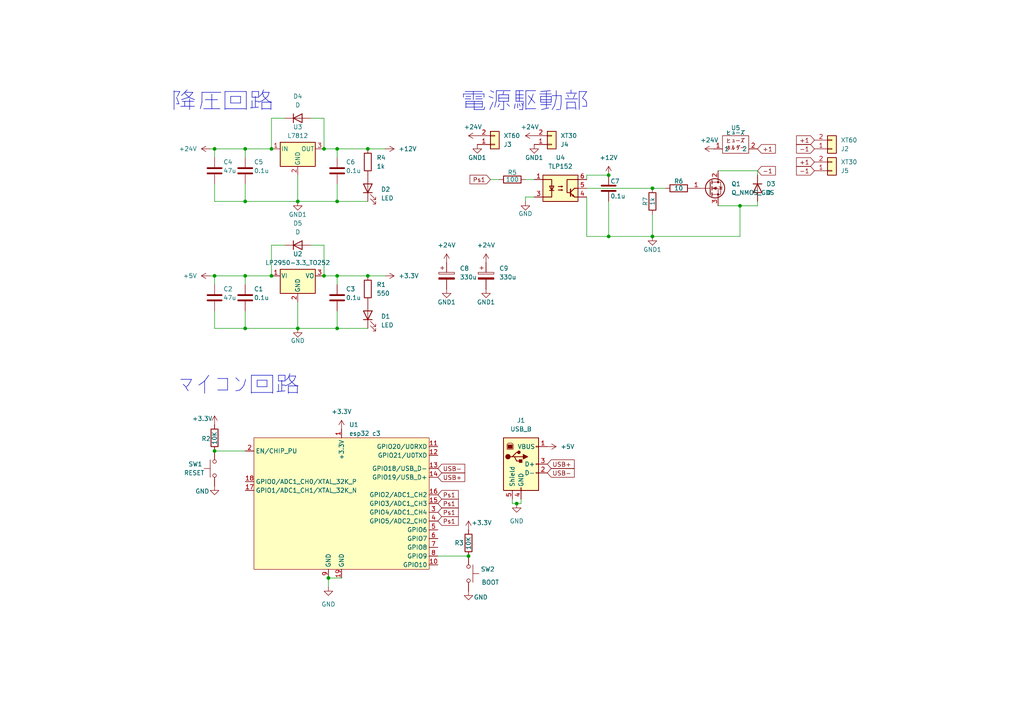
<source format=kicad_sch>
(kicad_sch
	(version 20231120)
	(generator "eeschema")
	(generator_version "8.0")
	(uuid "a62cbbf1-8062-4d49-8612-54a82ccbbcbe")
	(paper "A4")
	(lib_symbols
		(symbol "Connector:USB_B"
			(pin_names
				(offset 1.016)
			)
			(exclude_from_sim no)
			(in_bom yes)
			(on_board yes)
			(property "Reference" "J"
				(at -5.08 11.43 0)
				(effects
					(font
						(size 1.27 1.27)
					)
					(justify left)
				)
			)
			(property "Value" "USB_B"
				(at -5.08 8.89 0)
				(effects
					(font
						(size 1.27 1.27)
					)
					(justify left)
				)
			)
			(property "Footprint" ""
				(at 3.81 -1.27 0)
				(effects
					(font
						(size 1.27 1.27)
					)
					(hide yes)
				)
			)
			(property "Datasheet" " ~"
				(at 3.81 -1.27 0)
				(effects
					(font
						(size 1.27 1.27)
					)
					(hide yes)
				)
			)
			(property "Description" "USB Type B connector"
				(at 0 0 0)
				(effects
					(font
						(size 1.27 1.27)
					)
					(hide yes)
				)
			)
			(property "ki_keywords" "connector USB"
				(at 0 0 0)
				(effects
					(font
						(size 1.27 1.27)
					)
					(hide yes)
				)
			)
			(property "ki_fp_filters" "USB*"
				(at 0 0 0)
				(effects
					(font
						(size 1.27 1.27)
					)
					(hide yes)
				)
			)
			(symbol "USB_B_0_1"
				(rectangle
					(start -5.08 -7.62)
					(end 5.08 7.62)
					(stroke
						(width 0.254)
						(type default)
					)
					(fill
						(type background)
					)
				)
				(circle
					(center -3.81 2.159)
					(radius 0.635)
					(stroke
						(width 0.254)
						(type default)
					)
					(fill
						(type outline)
					)
				)
				(rectangle
					(start -3.81 5.588)
					(end -2.54 4.572)
					(stroke
						(width 0)
						(type default)
					)
					(fill
						(type outline)
					)
				)
				(circle
					(center -0.635 3.429)
					(radius 0.381)
					(stroke
						(width 0.254)
						(type default)
					)
					(fill
						(type outline)
					)
				)
				(rectangle
					(start -0.127 -7.62)
					(end 0.127 -6.858)
					(stroke
						(width 0)
						(type default)
					)
					(fill
						(type none)
					)
				)
				(polyline
					(pts
						(xy -1.905 2.159) (xy 0.635 2.159)
					)
					(stroke
						(width 0.254)
						(type default)
					)
					(fill
						(type none)
					)
				)
				(polyline
					(pts
						(xy -3.175 2.159) (xy -2.54 2.159) (xy -1.27 3.429) (xy -0.635 3.429)
					)
					(stroke
						(width 0.254)
						(type default)
					)
					(fill
						(type none)
					)
				)
				(polyline
					(pts
						(xy -2.54 2.159) (xy -1.905 2.159) (xy -1.27 0.889) (xy 0 0.889)
					)
					(stroke
						(width 0.254)
						(type default)
					)
					(fill
						(type none)
					)
				)
				(polyline
					(pts
						(xy 0.635 2.794) (xy 0.635 1.524) (xy 1.905 2.159) (xy 0.635 2.794)
					)
					(stroke
						(width 0.254)
						(type default)
					)
					(fill
						(type outline)
					)
				)
				(polyline
					(pts
						(xy -4.064 4.318) (xy -2.286 4.318) (xy -2.286 5.715) (xy -2.667 6.096) (xy -3.683 6.096) (xy -4.064 5.715)
						(xy -4.064 4.318)
					)
					(stroke
						(width 0)
						(type default)
					)
					(fill
						(type none)
					)
				)
				(rectangle
					(start 0.254 1.27)
					(end -0.508 0.508)
					(stroke
						(width 0.254)
						(type default)
					)
					(fill
						(type outline)
					)
				)
				(rectangle
					(start 5.08 -2.667)
					(end 4.318 -2.413)
					(stroke
						(width 0)
						(type default)
					)
					(fill
						(type none)
					)
				)
				(rectangle
					(start 5.08 -0.127)
					(end 4.318 0.127)
					(stroke
						(width 0)
						(type default)
					)
					(fill
						(type none)
					)
				)
				(rectangle
					(start 5.08 4.953)
					(end 4.318 5.207)
					(stroke
						(width 0)
						(type default)
					)
					(fill
						(type none)
					)
				)
			)
			(symbol "USB_B_1_1"
				(pin power_out line
					(at 7.62 5.08 180)
					(length 2.54)
					(name "VBUS"
						(effects
							(font
								(size 1.27 1.27)
							)
						)
					)
					(number "1"
						(effects
							(font
								(size 1.27 1.27)
							)
						)
					)
				)
				(pin bidirectional line
					(at 7.62 -2.54 180)
					(length 2.54)
					(name "D-"
						(effects
							(font
								(size 1.27 1.27)
							)
						)
					)
					(number "2"
						(effects
							(font
								(size 1.27 1.27)
							)
						)
					)
				)
				(pin bidirectional line
					(at 7.62 0 180)
					(length 2.54)
					(name "D+"
						(effects
							(font
								(size 1.27 1.27)
							)
						)
					)
					(number "3"
						(effects
							(font
								(size 1.27 1.27)
							)
						)
					)
				)
				(pin power_out line
					(at 0 -10.16 90)
					(length 2.54)
					(name "GND"
						(effects
							(font
								(size 1.27 1.27)
							)
						)
					)
					(number "4"
						(effects
							(font
								(size 1.27 1.27)
							)
						)
					)
				)
				(pin passive line
					(at -2.54 -10.16 90)
					(length 2.54)
					(name "Shield"
						(effects
							(font
								(size 1.27 1.27)
							)
						)
					)
					(number "5"
						(effects
							(font
								(size 1.27 1.27)
							)
						)
					)
				)
			)
		)
		(symbol "Connector_Generic:Conn_01x02"
			(pin_names
				(offset 1.016) hide)
			(exclude_from_sim no)
			(in_bom yes)
			(on_board yes)
			(property "Reference" "J"
				(at 0 2.54 0)
				(effects
					(font
						(size 1.27 1.27)
					)
				)
			)
			(property "Value" "Conn_01x02"
				(at 0 -5.08 0)
				(effects
					(font
						(size 1.27 1.27)
					)
				)
			)
			(property "Footprint" ""
				(at 0 0 0)
				(effects
					(font
						(size 1.27 1.27)
					)
					(hide yes)
				)
			)
			(property "Datasheet" "~"
				(at 0 0 0)
				(effects
					(font
						(size 1.27 1.27)
					)
					(hide yes)
				)
			)
			(property "Description" "Generic connector, single row, 01x02, script generated (kicad-library-utils/schlib/autogen/connector/)"
				(at 0 0 0)
				(effects
					(font
						(size 1.27 1.27)
					)
					(hide yes)
				)
			)
			(property "ki_keywords" "connector"
				(at 0 0 0)
				(effects
					(font
						(size 1.27 1.27)
					)
					(hide yes)
				)
			)
			(property "ki_fp_filters" "Connector*:*_1x??_*"
				(at 0 0 0)
				(effects
					(font
						(size 1.27 1.27)
					)
					(hide yes)
				)
			)
			(symbol "Conn_01x02_1_1"
				(rectangle
					(start -1.27 -2.413)
					(end 0 -2.667)
					(stroke
						(width 0.1524)
						(type default)
					)
					(fill
						(type none)
					)
				)
				(rectangle
					(start -1.27 0.127)
					(end 0 -0.127)
					(stroke
						(width 0.1524)
						(type default)
					)
					(fill
						(type none)
					)
				)
				(rectangle
					(start -1.27 1.27)
					(end 1.27 -3.81)
					(stroke
						(width 0.254)
						(type default)
					)
					(fill
						(type background)
					)
				)
				(pin passive line
					(at -5.08 0 0)
					(length 3.81)
					(name "Pin_1"
						(effects
							(font
								(size 1.27 1.27)
							)
						)
					)
					(number "1"
						(effects
							(font
								(size 1.27 1.27)
							)
						)
					)
				)
				(pin passive line
					(at -5.08 -2.54 0)
					(length 3.81)
					(name "Pin_2"
						(effects
							(font
								(size 1.27 1.27)
							)
						)
					)
					(number "2"
						(effects
							(font
								(size 1.27 1.27)
							)
						)
					)
				)
			)
		)
		(symbol "Device:C"
			(pin_numbers hide)
			(pin_names
				(offset 0.254)
			)
			(exclude_from_sim no)
			(in_bom yes)
			(on_board yes)
			(property "Reference" "C"
				(at 0.635 2.54 0)
				(effects
					(font
						(size 1.27 1.27)
					)
					(justify left)
				)
			)
			(property "Value" "C"
				(at 0.635 -2.54 0)
				(effects
					(font
						(size 1.27 1.27)
					)
					(justify left)
				)
			)
			(property "Footprint" ""
				(at 0.9652 -3.81 0)
				(effects
					(font
						(size 1.27 1.27)
					)
					(hide yes)
				)
			)
			(property "Datasheet" "~"
				(at 0 0 0)
				(effects
					(font
						(size 1.27 1.27)
					)
					(hide yes)
				)
			)
			(property "Description" "Unpolarized capacitor"
				(at 0 0 0)
				(effects
					(font
						(size 1.27 1.27)
					)
					(hide yes)
				)
			)
			(property "ki_keywords" "cap capacitor"
				(at 0 0 0)
				(effects
					(font
						(size 1.27 1.27)
					)
					(hide yes)
				)
			)
			(property "ki_fp_filters" "C_*"
				(at 0 0 0)
				(effects
					(font
						(size 1.27 1.27)
					)
					(hide yes)
				)
			)
			(symbol "C_0_1"
				(polyline
					(pts
						(xy -2.032 -0.762) (xy 2.032 -0.762)
					)
					(stroke
						(width 0.508)
						(type default)
					)
					(fill
						(type none)
					)
				)
				(polyline
					(pts
						(xy -2.032 0.762) (xy 2.032 0.762)
					)
					(stroke
						(width 0.508)
						(type default)
					)
					(fill
						(type none)
					)
				)
			)
			(symbol "C_1_1"
				(pin passive line
					(at 0 3.81 270)
					(length 2.794)
					(name "~"
						(effects
							(font
								(size 1.27 1.27)
							)
						)
					)
					(number "1"
						(effects
							(font
								(size 1.27 1.27)
							)
						)
					)
				)
				(pin passive line
					(at 0 -3.81 90)
					(length 2.794)
					(name "~"
						(effects
							(font
								(size 1.27 1.27)
							)
						)
					)
					(number "2"
						(effects
							(font
								(size 1.27 1.27)
							)
						)
					)
				)
			)
		)
		(symbol "Device:C_Polarized"
			(pin_numbers hide)
			(pin_names
				(offset 0.254)
			)
			(exclude_from_sim no)
			(in_bom yes)
			(on_board yes)
			(property "Reference" "C"
				(at 0.635 2.54 0)
				(effects
					(font
						(size 1.27 1.27)
					)
					(justify left)
				)
			)
			(property "Value" "C_Polarized"
				(at 0.635 -2.54 0)
				(effects
					(font
						(size 1.27 1.27)
					)
					(justify left)
				)
			)
			(property "Footprint" ""
				(at 0.9652 -3.81 0)
				(effects
					(font
						(size 1.27 1.27)
					)
					(hide yes)
				)
			)
			(property "Datasheet" "~"
				(at 0 0 0)
				(effects
					(font
						(size 1.27 1.27)
					)
					(hide yes)
				)
			)
			(property "Description" "Polarized capacitor"
				(at 0 0 0)
				(effects
					(font
						(size 1.27 1.27)
					)
					(hide yes)
				)
			)
			(property "ki_keywords" "cap capacitor"
				(at 0 0 0)
				(effects
					(font
						(size 1.27 1.27)
					)
					(hide yes)
				)
			)
			(property "ki_fp_filters" "CP_*"
				(at 0 0 0)
				(effects
					(font
						(size 1.27 1.27)
					)
					(hide yes)
				)
			)
			(symbol "C_Polarized_0_1"
				(rectangle
					(start -2.286 0.508)
					(end 2.286 1.016)
					(stroke
						(width 0)
						(type default)
					)
					(fill
						(type none)
					)
				)
				(polyline
					(pts
						(xy -1.778 2.286) (xy -0.762 2.286)
					)
					(stroke
						(width 0)
						(type default)
					)
					(fill
						(type none)
					)
				)
				(polyline
					(pts
						(xy -1.27 2.794) (xy -1.27 1.778)
					)
					(stroke
						(width 0)
						(type default)
					)
					(fill
						(type none)
					)
				)
				(rectangle
					(start 2.286 -0.508)
					(end -2.286 -1.016)
					(stroke
						(width 0)
						(type default)
					)
					(fill
						(type outline)
					)
				)
			)
			(symbol "C_Polarized_1_1"
				(pin passive line
					(at 0 3.81 270)
					(length 2.794)
					(name "~"
						(effects
							(font
								(size 1.27 1.27)
							)
						)
					)
					(number "1"
						(effects
							(font
								(size 1.27 1.27)
							)
						)
					)
				)
				(pin passive line
					(at 0 -3.81 90)
					(length 2.794)
					(name "~"
						(effects
							(font
								(size 1.27 1.27)
							)
						)
					)
					(number "2"
						(effects
							(font
								(size 1.27 1.27)
							)
						)
					)
				)
			)
		)
		(symbol "Device:D"
			(pin_numbers hide)
			(pin_names
				(offset 1.016) hide)
			(exclude_from_sim no)
			(in_bom yes)
			(on_board yes)
			(property "Reference" "D"
				(at 0 2.54 0)
				(effects
					(font
						(size 1.27 1.27)
					)
				)
			)
			(property "Value" "D"
				(at 0 -2.54 0)
				(effects
					(font
						(size 1.27 1.27)
					)
				)
			)
			(property "Footprint" ""
				(at 0 0 0)
				(effects
					(font
						(size 1.27 1.27)
					)
					(hide yes)
				)
			)
			(property "Datasheet" "~"
				(at 0 0 0)
				(effects
					(font
						(size 1.27 1.27)
					)
					(hide yes)
				)
			)
			(property "Description" "Diode"
				(at 0 0 0)
				(effects
					(font
						(size 1.27 1.27)
					)
					(hide yes)
				)
			)
			(property "Sim.Device" "D"
				(at 0 0 0)
				(effects
					(font
						(size 1.27 1.27)
					)
					(hide yes)
				)
			)
			(property "Sim.Pins" "1=K 2=A"
				(at 0 0 0)
				(effects
					(font
						(size 1.27 1.27)
					)
					(hide yes)
				)
			)
			(property "ki_keywords" "diode"
				(at 0 0 0)
				(effects
					(font
						(size 1.27 1.27)
					)
					(hide yes)
				)
			)
			(property "ki_fp_filters" "TO-???* *_Diode_* *SingleDiode* D_*"
				(at 0 0 0)
				(effects
					(font
						(size 1.27 1.27)
					)
					(hide yes)
				)
			)
			(symbol "D_0_1"
				(polyline
					(pts
						(xy -1.27 1.27) (xy -1.27 -1.27)
					)
					(stroke
						(width 0.254)
						(type default)
					)
					(fill
						(type none)
					)
				)
				(polyline
					(pts
						(xy 1.27 0) (xy -1.27 0)
					)
					(stroke
						(width 0)
						(type default)
					)
					(fill
						(type none)
					)
				)
				(polyline
					(pts
						(xy 1.27 1.27) (xy 1.27 -1.27) (xy -1.27 0) (xy 1.27 1.27)
					)
					(stroke
						(width 0.254)
						(type default)
					)
					(fill
						(type none)
					)
				)
			)
			(symbol "D_1_1"
				(pin passive line
					(at -3.81 0 0)
					(length 2.54)
					(name "K"
						(effects
							(font
								(size 1.27 1.27)
							)
						)
					)
					(number "1"
						(effects
							(font
								(size 1.27 1.27)
							)
						)
					)
				)
				(pin passive line
					(at 3.81 0 180)
					(length 2.54)
					(name "A"
						(effects
							(font
								(size 1.27 1.27)
							)
						)
					)
					(number "2"
						(effects
							(font
								(size 1.27 1.27)
							)
						)
					)
				)
			)
		)
		(symbol "Device:LED"
			(pin_numbers hide)
			(pin_names
				(offset 1.016) hide)
			(exclude_from_sim no)
			(in_bom yes)
			(on_board yes)
			(property "Reference" "D"
				(at 0 2.54 0)
				(effects
					(font
						(size 1.27 1.27)
					)
				)
			)
			(property "Value" "LED"
				(at 0 -2.54 0)
				(effects
					(font
						(size 1.27 1.27)
					)
				)
			)
			(property "Footprint" ""
				(at 0 0 0)
				(effects
					(font
						(size 1.27 1.27)
					)
					(hide yes)
				)
			)
			(property "Datasheet" "~"
				(at 0 0 0)
				(effects
					(font
						(size 1.27 1.27)
					)
					(hide yes)
				)
			)
			(property "Description" "Light emitting diode"
				(at 0 0 0)
				(effects
					(font
						(size 1.27 1.27)
					)
					(hide yes)
				)
			)
			(property "ki_keywords" "LED diode"
				(at 0 0 0)
				(effects
					(font
						(size 1.27 1.27)
					)
					(hide yes)
				)
			)
			(property "ki_fp_filters" "LED* LED_SMD:* LED_THT:*"
				(at 0 0 0)
				(effects
					(font
						(size 1.27 1.27)
					)
					(hide yes)
				)
			)
			(symbol "LED_0_1"
				(polyline
					(pts
						(xy -1.27 -1.27) (xy -1.27 1.27)
					)
					(stroke
						(width 0.254)
						(type default)
					)
					(fill
						(type none)
					)
				)
				(polyline
					(pts
						(xy -1.27 0) (xy 1.27 0)
					)
					(stroke
						(width 0)
						(type default)
					)
					(fill
						(type none)
					)
				)
				(polyline
					(pts
						(xy 1.27 -1.27) (xy 1.27 1.27) (xy -1.27 0) (xy 1.27 -1.27)
					)
					(stroke
						(width 0.254)
						(type default)
					)
					(fill
						(type none)
					)
				)
				(polyline
					(pts
						(xy -3.048 -0.762) (xy -4.572 -2.286) (xy -3.81 -2.286) (xy -4.572 -2.286) (xy -4.572 -1.524)
					)
					(stroke
						(width 0)
						(type default)
					)
					(fill
						(type none)
					)
				)
				(polyline
					(pts
						(xy -1.778 -0.762) (xy -3.302 -2.286) (xy -2.54 -2.286) (xy -3.302 -2.286) (xy -3.302 -1.524)
					)
					(stroke
						(width 0)
						(type default)
					)
					(fill
						(type none)
					)
				)
			)
			(symbol "LED_1_1"
				(pin passive line
					(at -3.81 0 0)
					(length 2.54)
					(name "K"
						(effects
							(font
								(size 1.27 1.27)
							)
						)
					)
					(number "1"
						(effects
							(font
								(size 1.27 1.27)
							)
						)
					)
				)
				(pin passive line
					(at 3.81 0 180)
					(length 2.54)
					(name "A"
						(effects
							(font
								(size 1.27 1.27)
							)
						)
					)
					(number "2"
						(effects
							(font
								(size 1.27 1.27)
							)
						)
					)
				)
			)
		)
		(symbol "Device:Q_NMOS_GDS"
			(pin_names
				(offset 0) hide)
			(exclude_from_sim no)
			(in_bom yes)
			(on_board yes)
			(property "Reference" "Q"
				(at 5.08 1.27 0)
				(effects
					(font
						(size 1.27 1.27)
					)
					(justify left)
				)
			)
			(property "Value" "Q_NMOS_GDS"
				(at 5.08 -1.27 0)
				(effects
					(font
						(size 1.27 1.27)
					)
					(justify left)
				)
			)
			(property "Footprint" ""
				(at 5.08 2.54 0)
				(effects
					(font
						(size 1.27 1.27)
					)
					(hide yes)
				)
			)
			(property "Datasheet" "~"
				(at 0 0 0)
				(effects
					(font
						(size 1.27 1.27)
					)
					(hide yes)
				)
			)
			(property "Description" "N-MOSFET transistor, gate/drain/source"
				(at 0 0 0)
				(effects
					(font
						(size 1.27 1.27)
					)
					(hide yes)
				)
			)
			(property "ki_keywords" "transistor NMOS N-MOS N-MOSFET"
				(at 0 0 0)
				(effects
					(font
						(size 1.27 1.27)
					)
					(hide yes)
				)
			)
			(symbol "Q_NMOS_GDS_0_1"
				(polyline
					(pts
						(xy 0.254 0) (xy -2.54 0)
					)
					(stroke
						(width 0)
						(type default)
					)
					(fill
						(type none)
					)
				)
				(polyline
					(pts
						(xy 0.254 1.905) (xy 0.254 -1.905)
					)
					(stroke
						(width 0.254)
						(type default)
					)
					(fill
						(type none)
					)
				)
				(polyline
					(pts
						(xy 0.762 -1.27) (xy 0.762 -2.286)
					)
					(stroke
						(width 0.254)
						(type default)
					)
					(fill
						(type none)
					)
				)
				(polyline
					(pts
						(xy 0.762 0.508) (xy 0.762 -0.508)
					)
					(stroke
						(width 0.254)
						(type default)
					)
					(fill
						(type none)
					)
				)
				(polyline
					(pts
						(xy 0.762 2.286) (xy 0.762 1.27)
					)
					(stroke
						(width 0.254)
						(type default)
					)
					(fill
						(type none)
					)
				)
				(polyline
					(pts
						(xy 2.54 2.54) (xy 2.54 1.778)
					)
					(stroke
						(width 0)
						(type default)
					)
					(fill
						(type none)
					)
				)
				(polyline
					(pts
						(xy 2.54 -2.54) (xy 2.54 0) (xy 0.762 0)
					)
					(stroke
						(width 0)
						(type default)
					)
					(fill
						(type none)
					)
				)
				(polyline
					(pts
						(xy 0.762 -1.778) (xy 3.302 -1.778) (xy 3.302 1.778) (xy 0.762 1.778)
					)
					(stroke
						(width 0)
						(type default)
					)
					(fill
						(type none)
					)
				)
				(polyline
					(pts
						(xy 1.016 0) (xy 2.032 0.381) (xy 2.032 -0.381) (xy 1.016 0)
					)
					(stroke
						(width 0)
						(type default)
					)
					(fill
						(type outline)
					)
				)
				(polyline
					(pts
						(xy 2.794 0.508) (xy 2.921 0.381) (xy 3.683 0.381) (xy 3.81 0.254)
					)
					(stroke
						(width 0)
						(type default)
					)
					(fill
						(type none)
					)
				)
				(polyline
					(pts
						(xy 3.302 0.381) (xy 2.921 -0.254) (xy 3.683 -0.254) (xy 3.302 0.381)
					)
					(stroke
						(width 0)
						(type default)
					)
					(fill
						(type none)
					)
				)
				(circle
					(center 1.651 0)
					(radius 2.794)
					(stroke
						(width 0.254)
						(type default)
					)
					(fill
						(type none)
					)
				)
				(circle
					(center 2.54 -1.778)
					(radius 0.254)
					(stroke
						(width 0)
						(type default)
					)
					(fill
						(type outline)
					)
				)
				(circle
					(center 2.54 1.778)
					(radius 0.254)
					(stroke
						(width 0)
						(type default)
					)
					(fill
						(type outline)
					)
				)
			)
			(symbol "Q_NMOS_GDS_1_1"
				(pin input line
					(at -5.08 0 0)
					(length 2.54)
					(name "G"
						(effects
							(font
								(size 1.27 1.27)
							)
						)
					)
					(number "1"
						(effects
							(font
								(size 1.27 1.27)
							)
						)
					)
				)
				(pin passive line
					(at 2.54 5.08 270)
					(length 2.54)
					(name "D"
						(effects
							(font
								(size 1.27 1.27)
							)
						)
					)
					(number "2"
						(effects
							(font
								(size 1.27 1.27)
							)
						)
					)
				)
				(pin passive line
					(at 2.54 -5.08 90)
					(length 2.54)
					(name "S"
						(effects
							(font
								(size 1.27 1.27)
							)
						)
					)
					(number "3"
						(effects
							(font
								(size 1.27 1.27)
							)
						)
					)
				)
			)
		)
		(symbol "Device:R"
			(pin_numbers hide)
			(pin_names
				(offset 0)
			)
			(exclude_from_sim no)
			(in_bom yes)
			(on_board yes)
			(property "Reference" "R"
				(at 2.032 0 90)
				(effects
					(font
						(size 1.27 1.27)
					)
				)
			)
			(property "Value" "R"
				(at 0 0 90)
				(effects
					(font
						(size 1.27 1.27)
					)
				)
			)
			(property "Footprint" ""
				(at -1.778 0 90)
				(effects
					(font
						(size 1.27 1.27)
					)
					(hide yes)
				)
			)
			(property "Datasheet" "~"
				(at 0 0 0)
				(effects
					(font
						(size 1.27 1.27)
					)
					(hide yes)
				)
			)
			(property "Description" "Resistor"
				(at 0 0 0)
				(effects
					(font
						(size 1.27 1.27)
					)
					(hide yes)
				)
			)
			(property "ki_keywords" "R res resistor"
				(at 0 0 0)
				(effects
					(font
						(size 1.27 1.27)
					)
					(hide yes)
				)
			)
			(property "ki_fp_filters" "R_*"
				(at 0 0 0)
				(effects
					(font
						(size 1.27 1.27)
					)
					(hide yes)
				)
			)
			(symbol "R_0_1"
				(rectangle
					(start -1.016 -2.54)
					(end 1.016 2.54)
					(stroke
						(width 0.254)
						(type default)
					)
					(fill
						(type none)
					)
				)
			)
			(symbol "R_1_1"
				(pin passive line
					(at 0 3.81 270)
					(length 1.27)
					(name "~"
						(effects
							(font
								(size 1.27 1.27)
							)
						)
					)
					(number "1"
						(effects
							(font
								(size 1.27 1.27)
							)
						)
					)
				)
				(pin passive line
					(at 0 -3.81 90)
					(length 1.27)
					(name "~"
						(effects
							(font
								(size 1.27 1.27)
							)
						)
					)
					(number "2"
						(effects
							(font
								(size 1.27 1.27)
							)
						)
					)
				)
			)
		)
		(symbol "Isolator:TLP137"
			(pin_names
				(offset 1.016)
			)
			(exclude_from_sim no)
			(in_bom yes)
			(on_board yes)
			(property "Reference" "U"
				(at -5.08 4.953 0)
				(effects
					(font
						(size 1.27 1.27)
					)
					(justify left)
				)
			)
			(property "Value" "TLP137"
				(at -5.08 -5.08 0)
				(effects
					(font
						(size 1.27 1.27)
					)
					(justify left)
				)
			)
			(property "Footprint" "Package_SO:MFSOP6-5_4.4x3.6mm_P1.27mm"
				(at 0 -7.62 0)
				(effects
					(font
						(size 1.27 1.27)
						(italic yes)
					)
					(hide yes)
				)
			)
			(property "Datasheet" "https://toshiba.semicon-storage.com/info/docget.jsp?did=16744&prodName=TLP137"
				(at 0 0 0)
				(effects
					(font
						(size 1.27 1.27)
					)
					(justify left)
					(hide yes)
				)
			)
			(property "Description" "DC Optocoupler Base Connected, Vce 80V, CTR 100-200%, MFSOP6"
				(at 0 0 0)
				(effects
					(font
						(size 1.27 1.27)
					)
					(hide yes)
				)
			)
			(property "ki_keywords" "NPN DC Optocoupler Base Connected"
				(at 0 0 0)
				(effects
					(font
						(size 1.27 1.27)
					)
					(hide yes)
				)
			)
			(property "ki_fp_filters" "MFSOP6*4.4x3.6mm*P1.27mm*"
				(at 0 0 0)
				(effects
					(font
						(size 1.27 1.27)
					)
					(hide yes)
				)
			)
			(symbol "TLP137_0_1"
				(rectangle
					(start -5.08 3.81)
					(end 5.08 -3.81)
					(stroke
						(width 0.254)
						(type default)
					)
					(fill
						(type background)
					)
				)
				(polyline
					(pts
						(xy -3.175 -0.635) (xy -1.905 -0.635)
					)
					(stroke
						(width 0.254)
						(type default)
					)
					(fill
						(type none)
					)
				)
				(polyline
					(pts
						(xy 2.921 -1.397) (xy 4.064 -2.54)
					)
					(stroke
						(width 0.254)
						(type default)
					)
					(fill
						(type none)
					)
				)
				(polyline
					(pts
						(xy 2.921 -1.143) (xy 4.064 0)
					)
					(stroke
						(width 0.254)
						(type default)
					)
					(fill
						(type none)
					)
				)
				(polyline
					(pts
						(xy 4.064 -2.54) (xy 5.08 -2.54)
					)
					(stroke
						(width 0.254)
						(type default)
					)
					(fill
						(type none)
					)
				)
				(polyline
					(pts
						(xy 5.08 0) (xy 4.064 0)
					)
					(stroke
						(width 0.254)
						(type default)
					)
					(fill
						(type none)
					)
				)
				(polyline
					(pts
						(xy 2.921 -0.254) (xy 2.921 -2.286) (xy 2.921 -2.286)
					)
					(stroke
						(width 0.3556)
						(type default)
					)
					(fill
						(type none)
					)
				)
				(polyline
					(pts
						(xy -5.08 -2.54) (xy -2.54 -2.54) (xy -2.54 2.54) (xy -5.08 2.54)
					)
					(stroke
						(width 0.254)
						(type default)
					)
					(fill
						(type none)
					)
				)
				(polyline
					(pts
						(xy -2.54 -0.635) (xy -3.175 0.635) (xy -1.905 0.635) (xy -2.54 -0.635)
					)
					(stroke
						(width 0.254)
						(type default)
					)
					(fill
						(type none)
					)
				)
				(polyline
					(pts
						(xy 2.921 -1.27) (xy 1.905 -1.27) (xy 1.905 2.54) (xy 5.08 2.54)
					)
					(stroke
						(width 0.254)
						(type default)
					)
					(fill
						(type none)
					)
				)
				(polyline
					(pts
						(xy 3.937 -2.413) (xy 3.683 -1.905) (xy 3.429 -2.159) (xy 3.937 -2.413)
					)
					(stroke
						(width 0.254)
						(type default)
					)
					(fill
						(type none)
					)
				)
				(polyline
					(pts
						(xy -0.635 -0.508) (xy 0.635 -0.508) (xy 0.254 -0.635) (xy 0.254 -0.381) (xy 0.635 -0.508)
					)
					(stroke
						(width 0.254)
						(type default)
					)
					(fill
						(type none)
					)
				)
				(polyline
					(pts
						(xy -0.635 0.508) (xy 0.635 0.508) (xy 0.254 0.381) (xy 0.254 0.635) (xy 0.635 0.508)
					)
					(stroke
						(width 0.254)
						(type default)
					)
					(fill
						(type none)
					)
				)
			)
			(symbol "TLP137_1_1"
				(pin passive line
					(at -7.62 2.54 0)
					(length 2.54)
					(name "~"
						(effects
							(font
								(size 1.27 1.27)
							)
						)
					)
					(number "1"
						(effects
							(font
								(size 1.27 1.27)
							)
						)
					)
				)
				(pin passive line
					(at -7.62 -2.54 0)
					(length 2.54)
					(name "~"
						(effects
							(font
								(size 1.27 1.27)
							)
						)
					)
					(number "3"
						(effects
							(font
								(size 1.27 1.27)
							)
						)
					)
				)
				(pin passive line
					(at 7.62 -2.54 180)
					(length 2.54)
					(name "~"
						(effects
							(font
								(size 1.27 1.27)
							)
						)
					)
					(number "4"
						(effects
							(font
								(size 1.27 1.27)
							)
						)
					)
				)
				(pin open_collector line
					(at 7.62 0 180)
					(length 2.54)
					(name "~"
						(effects
							(font
								(size 1.27 1.27)
							)
						)
					)
					(number "5"
						(effects
							(font
								(size 1.27 1.27)
							)
						)
					)
				)
				(pin passive line
					(at 7.62 2.54 180)
					(length 2.54)
					(name "~"
						(effects
							(font
								(size 1.27 1.27)
							)
						)
					)
					(number "6"
						(effects
							(font
								(size 1.27 1.27)
							)
						)
					)
				)
			)
		)
		(symbol "New_Library:ESP32-C3"
			(exclude_from_sim no)
			(in_bom yes)
			(on_board yes)
			(property "Reference" "U"
				(at -15.24 -25.908 0)
				(effects
					(font
						(size 1.27 1.27)
					)
				)
			)
			(property "Value" ""
				(at 0 0 0)
				(effects
					(font
						(size 1.27 1.27)
					)
				)
			)
			(property "Footprint" ""
				(at 0 0 0)
				(effects
					(font
						(size 1.27 1.27)
					)
					(hide yes)
				)
			)
			(property "Datasheet" ""
				(at 0 0 0)
				(effects
					(font
						(size 1.27 1.27)
					)
					(hide yes)
				)
			)
			(property "Description" ""
				(at 0 0 0)
				(effects
					(font
						(size 1.27 1.27)
					)
					(hide yes)
				)
			)
			(symbol "ESP32-C3_1_1"
				(rectangle
					(start -25.4 -2.54)
					(end 25.4 -40.64)
					(stroke
						(width 0)
						(type default)
					)
					(fill
						(type background)
					)
				)
				(pin power_in line
					(at 0 0 270)
					(length 2.54)
					(name "+3.3V"
						(effects
							(font
								(size 1.27 1.27)
							)
						)
					)
					(number "1"
						(effects
							(font
								(size 1.27 1.27)
							)
						)
					)
				)
				(pin bidirectional line
					(at 27.94 -39.37 180)
					(length 2.54)
					(name "GPIO10"
						(effects
							(font
								(size 1.27 1.27)
							)
						)
					)
					(number "10"
						(effects
							(font
								(size 1.27 1.27)
							)
						)
					)
				)
				(pin bidirectional line
					(at 27.94 -5.08 180)
					(length 2.54)
					(name "GPIO20/U0RXD"
						(effects
							(font
								(size 1.27 1.27)
							)
						)
					)
					(number "11"
						(effects
							(font
								(size 1.27 1.27)
							)
						)
					)
				)
				(pin bidirectional line
					(at 27.94 -7.62 180)
					(length 2.54)
					(name "GPIO21/U0TXD"
						(effects
							(font
								(size 1.27 1.27)
							)
						)
					)
					(number "12"
						(effects
							(font
								(size 1.27 1.27)
							)
						)
					)
				)
				(pin bidirectional line
					(at 27.94 -11.43 180)
					(length 2.54)
					(name "GPIO18/USB_D-"
						(effects
							(font
								(size 1.27 1.27)
							)
						)
					)
					(number "13"
						(effects
							(font
								(size 1.27 1.27)
							)
						)
					)
				)
				(pin bidirectional line
					(at 27.94 -13.97 180)
					(length 2.54)
					(name "GPIO19/USB_D+"
						(effects
							(font
								(size 1.27 1.27)
							)
						)
					)
					(number "14"
						(effects
							(font
								(size 1.27 1.27)
							)
						)
					)
				)
				(pin bidirectional line
					(at 27.94 -21.59 180)
					(length 2.54)
					(name "GPIO3/ADC1_CH3"
						(effects
							(font
								(size 1.27 1.27)
							)
						)
					)
					(number "15"
						(effects
							(font
								(size 1.27 1.27)
							)
						)
					)
				)
				(pin bidirectional line
					(at 27.94 -19.05 180)
					(length 2.54)
					(name "GPIO2/ADC1_CH2"
						(effects
							(font
								(size 1.27 1.27)
							)
						)
					)
					(number "16"
						(effects
							(font
								(size 1.27 1.27)
							)
						)
					)
				)
				(pin bidirectional line
					(at -27.94 -17.78 0)
					(length 2.54)
					(name "GPIO1/ADC1_CH1/XTAL_32K_N"
						(effects
							(font
								(size 1.27 1.27)
							)
						)
					)
					(number "17"
						(effects
							(font
								(size 1.27 1.27)
							)
						)
					)
				)
				(pin bidirectional line
					(at -27.94 -15.24 0)
					(length 2.54)
					(name "GPIO0/ADC1_CH0/XTAL_32K_P"
						(effects
							(font
								(size 1.27 1.27)
							)
						)
					)
					(number "18"
						(effects
							(font
								(size 1.27 1.27)
							)
						)
					)
				)
				(pin power_in line
					(at 0 -43.18 90)
					(length 2.54)
					(name "GND"
						(effects
							(font
								(size 1.27 1.27)
							)
						)
					)
					(number "19"
						(effects
							(font
								(size 1.27 1.27)
							)
						)
					)
				)
				(pin input line
					(at -27.94 -6.35 0)
					(length 2.54)
					(name "EN/CHIP_PU"
						(effects
							(font
								(size 1.27 1.27)
							)
						)
					)
					(number "2"
						(effects
							(font
								(size 1.27 1.27)
							)
						)
					)
				)
				(pin bidirectional line
					(at 27.94 -24.13 180)
					(length 2.54)
					(name "GPIO4/ADC1_CH4"
						(effects
							(font
								(size 1.27 1.27)
							)
						)
					)
					(number "3"
						(effects
							(font
								(size 1.27 1.27)
							)
						)
					)
				)
				(pin bidirectional line
					(at 27.94 -26.67 180)
					(length 2.54)
					(name "GPIO5/ADC2_CH0"
						(effects
							(font
								(size 1.27 1.27)
							)
						)
					)
					(number "4"
						(effects
							(font
								(size 1.27 1.27)
							)
						)
					)
				)
				(pin bidirectional line
					(at 27.94 -29.21 180)
					(length 2.54)
					(name "GPIO6"
						(effects
							(font
								(size 1.27 1.27)
							)
						)
					)
					(number "5"
						(effects
							(font
								(size 1.27 1.27)
							)
						)
					)
				)
				(pin bidirectional line
					(at 27.94 -31.75 180)
					(length 2.54)
					(name "GPIO7"
						(effects
							(font
								(size 1.27 1.27)
							)
						)
					)
					(number "6"
						(effects
							(font
								(size 1.27 1.27)
							)
						)
					)
				)
				(pin bidirectional line
					(at 27.94 -34.29 180)
					(length 2.54)
					(name "GPIO8"
						(effects
							(font
								(size 1.27 1.27)
							)
						)
					)
					(number "7"
						(effects
							(font
								(size 1.27 1.27)
							)
						)
					)
				)
				(pin bidirectional line
					(at 27.94 -36.83 180)
					(length 2.54)
					(name "GPIO9"
						(effects
							(font
								(size 1.27 1.27)
							)
						)
					)
					(number "8"
						(effects
							(font
								(size 1.27 1.27)
							)
						)
					)
				)
				(pin power_in line
					(at -3.81 -43.18 90)
					(length 2.54)
					(name "GND"
						(effects
							(font
								(size 1.27 1.27)
							)
						)
					)
					(number "9"
						(effects
							(font
								(size 1.27 1.27)
							)
						)
					)
				)
			)
		)
		(symbol "Regulator_Linear:L7812"
			(pin_names
				(offset 0.254)
			)
			(exclude_from_sim no)
			(in_bom yes)
			(on_board yes)
			(property "Reference" "U"
				(at -3.81 3.175 0)
				(effects
					(font
						(size 1.27 1.27)
					)
				)
			)
			(property "Value" "L7812"
				(at 0 3.175 0)
				(effects
					(font
						(size 1.27 1.27)
					)
					(justify left)
				)
			)
			(property "Footprint" ""
				(at 0.635 -3.81 0)
				(effects
					(font
						(size 1.27 1.27)
						(italic yes)
					)
					(justify left)
					(hide yes)
				)
			)
			(property "Datasheet" "http://www.st.com/content/ccc/resource/technical/document/datasheet/41/4f/b3/b0/12/d4/47/88/CD00000444.pdf/files/CD00000444.pdf/jcr:content/translations/en.CD00000444.pdf"
				(at 0 -1.27 0)
				(effects
					(font
						(size 1.27 1.27)
					)
					(hide yes)
				)
			)
			(property "Description" "Positive 1.5A 35V Linear Regulator, Fixed Output 12V, TO-220/TO-263/TO-252"
				(at 0 0 0)
				(effects
					(font
						(size 1.27 1.27)
					)
					(hide yes)
				)
			)
			(property "ki_keywords" "Voltage Regulator 1.5A Positive"
				(at 0 0 0)
				(effects
					(font
						(size 1.27 1.27)
					)
					(hide yes)
				)
			)
			(property "ki_fp_filters" "TO?252* TO?263* TO?220*"
				(at 0 0 0)
				(effects
					(font
						(size 1.27 1.27)
					)
					(hide yes)
				)
			)
			(symbol "L7812_0_1"
				(rectangle
					(start -5.08 1.905)
					(end 5.08 -5.08)
					(stroke
						(width 0.254)
						(type default)
					)
					(fill
						(type background)
					)
				)
			)
			(symbol "L7812_1_1"
				(pin power_in line
					(at -7.62 0 0)
					(length 2.54)
					(name "IN"
						(effects
							(font
								(size 1.27 1.27)
							)
						)
					)
					(number "1"
						(effects
							(font
								(size 1.27 1.27)
							)
						)
					)
				)
				(pin power_in line
					(at 0 -7.62 90)
					(length 2.54)
					(name "GND"
						(effects
							(font
								(size 1.27 1.27)
							)
						)
					)
					(number "2"
						(effects
							(font
								(size 1.27 1.27)
							)
						)
					)
				)
				(pin power_out line
					(at 7.62 0 180)
					(length 2.54)
					(name "OUT"
						(effects
							(font
								(size 1.27 1.27)
							)
						)
					)
					(number "3"
						(effects
							(font
								(size 1.27 1.27)
							)
						)
					)
				)
			)
		)
		(symbol "Regulator_Linear:LP2950-3.3_TO252"
			(pin_names
				(offset 0.254)
			)
			(exclude_from_sim no)
			(in_bom yes)
			(on_board yes)
			(property "Reference" "U"
				(at -3.81 3.175 0)
				(effects
					(font
						(size 1.27 1.27)
					)
				)
			)
			(property "Value" "LP2950-3.3_TO252"
				(at 0 3.175 0)
				(effects
					(font
						(size 1.27 1.27)
					)
					(justify left)
				)
			)
			(property "Footprint" "Package_TO_SOT_SMD:TO-252-2"
				(at 0 5.715 0)
				(effects
					(font
						(size 1.27 1.27)
						(italic yes)
					)
					(hide yes)
				)
			)
			(property "Datasheet" "http://www.ti.com/lit/ds/symlink/lp2950.pdf"
				(at 0 -1.27 0)
				(effects
					(font
						(size 1.27 1.27)
					)
					(hide yes)
				)
			)
			(property "Description" "Positive 100mA 30V Linear Micropower Voltage Regulator, Fixed Output 3.3V, TO-252"
				(at 0 0 0)
				(effects
					(font
						(size 1.27 1.27)
					)
					(hide yes)
				)
			)
			(property "ki_keywords" "Micropower Voltage Regulator 100mA Positive"
				(at 0 0 0)
				(effects
					(font
						(size 1.27 1.27)
					)
					(hide yes)
				)
			)
			(property "ki_fp_filters" "TO?252*"
				(at 0 0 0)
				(effects
					(font
						(size 1.27 1.27)
					)
					(hide yes)
				)
			)
			(symbol "LP2950-3.3_TO252_0_1"
				(rectangle
					(start -5.08 1.905)
					(end 5.08 -5.08)
					(stroke
						(width 0.254)
						(type default)
					)
					(fill
						(type background)
					)
				)
			)
			(symbol "LP2950-3.3_TO252_1_1"
				(pin power_in line
					(at -7.62 0 0)
					(length 2.54)
					(name "VI"
						(effects
							(font
								(size 1.27 1.27)
							)
						)
					)
					(number "1"
						(effects
							(font
								(size 1.27 1.27)
							)
						)
					)
				)
				(pin power_in line
					(at 0 -7.62 90)
					(length 2.54)
					(name "GND"
						(effects
							(font
								(size 1.27 1.27)
							)
						)
					)
					(number "2"
						(effects
							(font
								(size 1.27 1.27)
							)
						)
					)
				)
				(pin power_out line
					(at 7.62 0 180)
					(length 2.54)
					(name "VO"
						(effects
							(font
								(size 1.27 1.27)
							)
						)
					)
					(number "3"
						(effects
							(font
								(size 1.27 1.27)
							)
						)
					)
				)
			)
		)
		(symbol "Switch:SW_Push"
			(pin_numbers hide)
			(pin_names
				(offset 1.016) hide)
			(exclude_from_sim no)
			(in_bom yes)
			(on_board yes)
			(property "Reference" "SW"
				(at 1.27 2.54 0)
				(effects
					(font
						(size 1.27 1.27)
					)
					(justify left)
				)
			)
			(property "Value" "SW_Push"
				(at 0 -1.524 0)
				(effects
					(font
						(size 1.27 1.27)
					)
				)
			)
			(property "Footprint" ""
				(at 0 5.08 0)
				(effects
					(font
						(size 1.27 1.27)
					)
					(hide yes)
				)
			)
			(property "Datasheet" "~"
				(at 0 5.08 0)
				(effects
					(font
						(size 1.27 1.27)
					)
					(hide yes)
				)
			)
			(property "Description" "Push button switch, generic, two pins"
				(at 0 0 0)
				(effects
					(font
						(size 1.27 1.27)
					)
					(hide yes)
				)
			)
			(property "ki_keywords" "switch normally-open pushbutton push-button"
				(at 0 0 0)
				(effects
					(font
						(size 1.27 1.27)
					)
					(hide yes)
				)
			)
			(symbol "SW_Push_0_1"
				(circle
					(center -2.032 0)
					(radius 0.508)
					(stroke
						(width 0)
						(type default)
					)
					(fill
						(type none)
					)
				)
				(polyline
					(pts
						(xy 0 1.27) (xy 0 3.048)
					)
					(stroke
						(width 0)
						(type default)
					)
					(fill
						(type none)
					)
				)
				(polyline
					(pts
						(xy 2.54 1.27) (xy -2.54 1.27)
					)
					(stroke
						(width 0)
						(type default)
					)
					(fill
						(type none)
					)
				)
				(circle
					(center 2.032 0)
					(radius 0.508)
					(stroke
						(width 0)
						(type default)
					)
					(fill
						(type none)
					)
				)
				(pin passive line
					(at -5.08 0 0)
					(length 2.54)
					(name "1"
						(effects
							(font
								(size 1.27 1.27)
							)
						)
					)
					(number "1"
						(effects
							(font
								(size 1.27 1.27)
							)
						)
					)
				)
				(pin passive line
					(at 5.08 0 180)
					(length 2.54)
					(name "2"
						(effects
							(font
								(size 1.27 1.27)
							)
						)
					)
					(number "2"
						(effects
							(font
								(size 1.27 1.27)
							)
						)
					)
				)
			)
		)
		(symbol "XS-506A:XS-506A"
			(exclude_from_sim no)
			(in_bom yes)
			(on_board yes)
			(property "Reference" "U"
				(at 0 0 0)
				(effects
					(font
						(size 1.27 1.27)
					)
				)
			)
			(property "Value" ""
				(at 0 0 0)
				(effects
					(font
						(size 1.27 1.27)
					)
				)
			)
			(property "Footprint" ""
				(at 0 0 0)
				(effects
					(font
						(size 1.27 1.27)
					)
					(hide yes)
				)
			)
			(property "Datasheet" ""
				(at 0 0 0)
				(effects
					(font
						(size 1.27 1.27)
					)
					(hide yes)
				)
			)
			(property "Description" ""
				(at 0 0 0)
				(effects
					(font
						(size 1.27 1.27)
					)
					(hide yes)
				)
			)
			(symbol "XS-506A_0_1"
				(rectangle
					(start -3.81 -1.27)
					(end 3.81 -6.35)
					(stroke
						(width 0)
						(type default)
					)
					(fill
						(type none)
					)
				)
			)
			(symbol "XS-506A_1_1"
				(text "ヒューズ\nホルダー\n"
					(at 0 -3.81 0)
					(effects
						(font
							(size 1.27 1.27)
						)
					)
				)
				(pin input line
					(at -6.35 -5.08 0)
					(length 2.54)
					(name "1"
						(effects
							(font
								(size 1.27 1.27)
							)
						)
					)
					(number "1"
						(effects
							(font
								(size 1.27 1.27)
							)
						)
					)
				)
				(pin input line
					(at 6.35 -5.08 180)
					(length 2.54)
					(name "2"
						(effects
							(font
								(size 1.27 1.27)
							)
						)
					)
					(number "2"
						(effects
							(font
								(size 1.27 1.27)
							)
						)
					)
				)
			)
		)
		(symbol "power:+12V"
			(power)
			(pin_numbers hide)
			(pin_names
				(offset 0) hide)
			(exclude_from_sim no)
			(in_bom yes)
			(on_board yes)
			(property "Reference" "#PWR"
				(at 0 -3.81 0)
				(effects
					(font
						(size 1.27 1.27)
					)
					(hide yes)
				)
			)
			(property "Value" "+12V"
				(at 0 3.556 0)
				(effects
					(font
						(size 1.27 1.27)
					)
				)
			)
			(property "Footprint" ""
				(at 0 0 0)
				(effects
					(font
						(size 1.27 1.27)
					)
					(hide yes)
				)
			)
			(property "Datasheet" ""
				(at 0 0 0)
				(effects
					(font
						(size 1.27 1.27)
					)
					(hide yes)
				)
			)
			(property "Description" "Power symbol creates a global label with name \"+12V\""
				(at 0 0 0)
				(effects
					(font
						(size 1.27 1.27)
					)
					(hide yes)
				)
			)
			(property "ki_keywords" "global power"
				(at 0 0 0)
				(effects
					(font
						(size 1.27 1.27)
					)
					(hide yes)
				)
			)
			(symbol "+12V_0_1"
				(polyline
					(pts
						(xy -0.762 1.27) (xy 0 2.54)
					)
					(stroke
						(width 0)
						(type default)
					)
					(fill
						(type none)
					)
				)
				(polyline
					(pts
						(xy 0 0) (xy 0 2.54)
					)
					(stroke
						(width 0)
						(type default)
					)
					(fill
						(type none)
					)
				)
				(polyline
					(pts
						(xy 0 2.54) (xy 0.762 1.27)
					)
					(stroke
						(width 0)
						(type default)
					)
					(fill
						(type none)
					)
				)
			)
			(symbol "+12V_1_1"
				(pin power_in line
					(at 0 0 90)
					(length 0)
					(name "~"
						(effects
							(font
								(size 1.27 1.27)
							)
						)
					)
					(number "1"
						(effects
							(font
								(size 1.27 1.27)
							)
						)
					)
				)
			)
		)
		(symbol "power:+24V"
			(power)
			(pin_numbers hide)
			(pin_names
				(offset 0) hide)
			(exclude_from_sim no)
			(in_bom yes)
			(on_board yes)
			(property "Reference" "#PWR"
				(at 0 -3.81 0)
				(effects
					(font
						(size 1.27 1.27)
					)
					(hide yes)
				)
			)
			(property "Value" "+24V"
				(at 0 3.556 0)
				(effects
					(font
						(size 1.27 1.27)
					)
				)
			)
			(property "Footprint" ""
				(at 0 0 0)
				(effects
					(font
						(size 1.27 1.27)
					)
					(hide yes)
				)
			)
			(property "Datasheet" ""
				(at 0 0 0)
				(effects
					(font
						(size 1.27 1.27)
					)
					(hide yes)
				)
			)
			(property "Description" "Power symbol creates a global label with name \"+24V\""
				(at 0 0 0)
				(effects
					(font
						(size 1.27 1.27)
					)
					(hide yes)
				)
			)
			(property "ki_keywords" "global power"
				(at 0 0 0)
				(effects
					(font
						(size 1.27 1.27)
					)
					(hide yes)
				)
			)
			(symbol "+24V_0_1"
				(polyline
					(pts
						(xy -0.762 1.27) (xy 0 2.54)
					)
					(stroke
						(width 0)
						(type default)
					)
					(fill
						(type none)
					)
				)
				(polyline
					(pts
						(xy 0 0) (xy 0 2.54)
					)
					(stroke
						(width 0)
						(type default)
					)
					(fill
						(type none)
					)
				)
				(polyline
					(pts
						(xy 0 2.54) (xy 0.762 1.27)
					)
					(stroke
						(width 0)
						(type default)
					)
					(fill
						(type none)
					)
				)
			)
			(symbol "+24V_1_1"
				(pin power_in line
					(at 0 0 90)
					(length 0)
					(name "~"
						(effects
							(font
								(size 1.27 1.27)
							)
						)
					)
					(number "1"
						(effects
							(font
								(size 1.27 1.27)
							)
						)
					)
				)
			)
		)
		(symbol "power:+3.3V"
			(power)
			(pin_names
				(offset 0)
			)
			(exclude_from_sim no)
			(in_bom yes)
			(on_board yes)
			(property "Reference" "#PWR"
				(at 0 -3.81 0)
				(effects
					(font
						(size 1.27 1.27)
					)
					(hide yes)
				)
			)
			(property "Value" "+3.3V"
				(at 0 3.556 0)
				(effects
					(font
						(size 1.27 1.27)
					)
				)
			)
			(property "Footprint" ""
				(at 0 0 0)
				(effects
					(font
						(size 1.27 1.27)
					)
					(hide yes)
				)
			)
			(property "Datasheet" ""
				(at 0 0 0)
				(effects
					(font
						(size 1.27 1.27)
					)
					(hide yes)
				)
			)
			(property "Description" "Power symbol creates a global label with name \"+3.3V\""
				(at 0 0 0)
				(effects
					(font
						(size 1.27 1.27)
					)
					(hide yes)
				)
			)
			(property "ki_keywords" "global power"
				(at 0 0 0)
				(effects
					(font
						(size 1.27 1.27)
					)
					(hide yes)
				)
			)
			(symbol "+3.3V_0_1"
				(polyline
					(pts
						(xy -0.762 1.27) (xy 0 2.54)
					)
					(stroke
						(width 0)
						(type default)
					)
					(fill
						(type none)
					)
				)
				(polyline
					(pts
						(xy 0 0) (xy 0 2.54)
					)
					(stroke
						(width 0)
						(type default)
					)
					(fill
						(type none)
					)
				)
				(polyline
					(pts
						(xy 0 2.54) (xy 0.762 1.27)
					)
					(stroke
						(width 0)
						(type default)
					)
					(fill
						(type none)
					)
				)
			)
			(symbol "+3.3V_1_1"
				(pin power_in line
					(at 0 0 90)
					(length 0) hide
					(name "+3.3V"
						(effects
							(font
								(size 1.27 1.27)
							)
						)
					)
					(number "1"
						(effects
							(font
								(size 1.27 1.27)
							)
						)
					)
				)
			)
		)
		(symbol "power:+5V"
			(power)
			(pin_names
				(offset 0)
			)
			(exclude_from_sim no)
			(in_bom yes)
			(on_board yes)
			(property "Reference" "#PWR"
				(at 0 -3.81 0)
				(effects
					(font
						(size 1.27 1.27)
					)
					(hide yes)
				)
			)
			(property "Value" "+5V"
				(at 0 3.556 0)
				(effects
					(font
						(size 1.27 1.27)
					)
				)
			)
			(property "Footprint" ""
				(at 0 0 0)
				(effects
					(font
						(size 1.27 1.27)
					)
					(hide yes)
				)
			)
			(property "Datasheet" ""
				(at 0 0 0)
				(effects
					(font
						(size 1.27 1.27)
					)
					(hide yes)
				)
			)
			(property "Description" "Power symbol creates a global label with name \"+5V\""
				(at 0 0 0)
				(effects
					(font
						(size 1.27 1.27)
					)
					(hide yes)
				)
			)
			(property "ki_keywords" "global power"
				(at 0 0 0)
				(effects
					(font
						(size 1.27 1.27)
					)
					(hide yes)
				)
			)
			(symbol "+5V_0_1"
				(polyline
					(pts
						(xy -0.762 1.27) (xy 0 2.54)
					)
					(stroke
						(width 0)
						(type default)
					)
					(fill
						(type none)
					)
				)
				(polyline
					(pts
						(xy 0 0) (xy 0 2.54)
					)
					(stroke
						(width 0)
						(type default)
					)
					(fill
						(type none)
					)
				)
				(polyline
					(pts
						(xy 0 2.54) (xy 0.762 1.27)
					)
					(stroke
						(width 0)
						(type default)
					)
					(fill
						(type none)
					)
				)
			)
			(symbol "+5V_1_1"
				(pin power_in line
					(at 0 0 90)
					(length 0) hide
					(name "+5V"
						(effects
							(font
								(size 1.27 1.27)
							)
						)
					)
					(number "1"
						(effects
							(font
								(size 1.27 1.27)
							)
						)
					)
				)
			)
		)
		(symbol "power:GND"
			(power)
			(pin_names
				(offset 0)
			)
			(exclude_from_sim no)
			(in_bom yes)
			(on_board yes)
			(property "Reference" "#PWR"
				(at 0 -6.35 0)
				(effects
					(font
						(size 1.27 1.27)
					)
					(hide yes)
				)
			)
			(property "Value" "GND"
				(at 0 -3.81 0)
				(effects
					(font
						(size 1.27 1.27)
					)
				)
			)
			(property "Footprint" ""
				(at 0 0 0)
				(effects
					(font
						(size 1.27 1.27)
					)
					(hide yes)
				)
			)
			(property "Datasheet" ""
				(at 0 0 0)
				(effects
					(font
						(size 1.27 1.27)
					)
					(hide yes)
				)
			)
			(property "Description" "Power symbol creates a global label with name \"GND\" , ground"
				(at 0 0 0)
				(effects
					(font
						(size 1.27 1.27)
					)
					(hide yes)
				)
			)
			(property "ki_keywords" "global power"
				(at 0 0 0)
				(effects
					(font
						(size 1.27 1.27)
					)
					(hide yes)
				)
			)
			(symbol "GND_0_1"
				(polyline
					(pts
						(xy 0 0) (xy 0 -1.27) (xy 1.27 -1.27) (xy 0 -2.54) (xy -1.27 -1.27) (xy 0 -1.27)
					)
					(stroke
						(width 0)
						(type default)
					)
					(fill
						(type none)
					)
				)
			)
			(symbol "GND_1_1"
				(pin power_in line
					(at 0 0 270)
					(length 0) hide
					(name "GND"
						(effects
							(font
								(size 1.27 1.27)
							)
						)
					)
					(number "1"
						(effects
							(font
								(size 1.27 1.27)
							)
						)
					)
				)
			)
		)
		(symbol "power:GND1"
			(power)
			(pin_numbers hide)
			(pin_names
				(offset 0) hide)
			(exclude_from_sim no)
			(in_bom yes)
			(on_board yes)
			(property "Reference" "#PWR"
				(at 0 -6.35 0)
				(effects
					(font
						(size 1.27 1.27)
					)
					(hide yes)
				)
			)
			(property "Value" "GND1"
				(at 0 -3.81 0)
				(effects
					(font
						(size 1.27 1.27)
					)
				)
			)
			(property "Footprint" ""
				(at 0 0 0)
				(effects
					(font
						(size 1.27 1.27)
					)
					(hide yes)
				)
			)
			(property "Datasheet" ""
				(at 0 0 0)
				(effects
					(font
						(size 1.27 1.27)
					)
					(hide yes)
				)
			)
			(property "Description" "Power symbol creates a global label with name \"GND1\" , ground"
				(at 0 0 0)
				(effects
					(font
						(size 1.27 1.27)
					)
					(hide yes)
				)
			)
			(property "ki_keywords" "global power"
				(at 0 0 0)
				(effects
					(font
						(size 1.27 1.27)
					)
					(hide yes)
				)
			)
			(symbol "GND1_0_1"
				(polyline
					(pts
						(xy 0 0) (xy 0 -1.27) (xy 1.27 -1.27) (xy 0 -2.54) (xy -1.27 -1.27) (xy 0 -1.27)
					)
					(stroke
						(width 0)
						(type default)
					)
					(fill
						(type none)
					)
				)
			)
			(symbol "GND1_1_1"
				(pin power_in line
					(at 0 0 270)
					(length 0)
					(name "~"
						(effects
							(font
								(size 1.27 1.27)
							)
						)
					)
					(number "1"
						(effects
							(font
								(size 1.27 1.27)
							)
						)
					)
				)
			)
		)
	)
	(junction
		(at 62.23 80.01)
		(diameter 0)
		(color 0 0 0 0)
		(uuid "16009b9c-a83a-4f90-aefc-935c562ce4c0")
	)
	(junction
		(at 71.12 95.25)
		(diameter 0)
		(color 0 0 0 0)
		(uuid "2346a992-8b1e-4be5-8e7e-4539e6584218")
	)
	(junction
		(at 62.23 43.18)
		(diameter 0)
		(color 0 0 0 0)
		(uuid "2881f2d1-76ca-4759-aafd-c493d338f635")
	)
	(junction
		(at 176.53 50.8)
		(diameter 0)
		(color 0 0 0 0)
		(uuid "29b69e54-3bf0-4037-b152-1b9c8e6006f8")
	)
	(junction
		(at 71.12 43.18)
		(diameter 0)
		(color 0 0 0 0)
		(uuid "2a83e1cf-9e77-495f-a2c3-7e325de63ecd")
	)
	(junction
		(at 95.25 167.64)
		(diameter 0)
		(color 0 0 0 0)
		(uuid "356c40a7-980e-421b-9be6-6e7ddf46688a")
	)
	(junction
		(at 78.74 43.18)
		(diameter 0)
		(color 0 0 0 0)
		(uuid "35b2eaf9-8a1e-4c66-b1eb-88c34e0dd31d")
	)
	(junction
		(at 106.68 43.18)
		(diameter 0)
		(color 0 0 0 0)
		(uuid "4732a2e6-7ac3-4216-b418-86a681e470fb")
	)
	(junction
		(at 97.79 43.18)
		(diameter 0)
		(color 0 0 0 0)
		(uuid "4b683ef3-90a4-44fc-84ca-b659dd8627ae")
	)
	(junction
		(at 93.98 80.01)
		(diameter 0)
		(color 0 0 0 0)
		(uuid "52505859-0ecf-4d81-a81f-fb666703cdac")
	)
	(junction
		(at 149.86 146.05)
		(diameter 0)
		(color 0 0 0 0)
		(uuid "57f73eef-e747-42a7-b970-4b749f2b25c9")
	)
	(junction
		(at 106.68 80.01)
		(diameter 0)
		(color 0 0 0 0)
		(uuid "62008caf-4e61-4b90-9085-08230203be85")
	)
	(junction
		(at 71.12 58.42)
		(diameter 0)
		(color 0 0 0 0)
		(uuid "6936b0cc-4124-424b-8322-bafbfbe2219d")
	)
	(junction
		(at 86.36 95.25)
		(diameter 0)
		(color 0 0 0 0)
		(uuid "69e65fa1-7b2f-4160-8624-540524c6b26e")
	)
	(junction
		(at 176.53 68.58)
		(diameter 0)
		(color 0 0 0 0)
		(uuid "86f3fb55-ea2e-46c6-9668-af91ce949fc2")
	)
	(junction
		(at 97.79 80.01)
		(diameter 0)
		(color 0 0 0 0)
		(uuid "8cc0b540-71fe-41a3-9f93-4b1b42b6a3f9")
	)
	(junction
		(at 62.23 130.81)
		(diameter 0)
		(color 0 0 0 0)
		(uuid "8ed0bd10-77a9-4661-8d98-fb4f321d44eb")
	)
	(junction
		(at 214.63 59.69)
		(diameter 0)
		(color 0 0 0 0)
		(uuid "92b7ddb1-49e8-43c0-988a-a60cb2bf827e")
	)
	(junction
		(at 86.36 58.42)
		(diameter 0)
		(color 0 0 0 0)
		(uuid "a8fc7c7d-ef73-469d-b1f1-16b177e331aa")
	)
	(junction
		(at 189.23 68.58)
		(diameter 0)
		(color 0 0 0 0)
		(uuid "ab132ef1-4c89-41a2-b8ab-49b09a537dbe")
	)
	(junction
		(at 93.98 43.18)
		(diameter 0)
		(color 0 0 0 0)
		(uuid "b072ee41-ed07-4789-a174-4b6403db1ddd")
	)
	(junction
		(at 78.74 80.01)
		(diameter 0)
		(color 0 0 0 0)
		(uuid "b67320da-01b9-4d1e-92f2-1ceee1b032a3")
	)
	(junction
		(at 189.23 54.61)
		(diameter 0)
		(color 0 0 0 0)
		(uuid "c0ff5ef7-9e8f-4d8b-9aac-4162298d31a5")
	)
	(junction
		(at 97.79 95.25)
		(diameter 0)
		(color 0 0 0 0)
		(uuid "d39911de-f181-4d79-97e7-8f49f262e244")
	)
	(junction
		(at 97.79 58.42)
		(diameter 0)
		(color 0 0 0 0)
		(uuid "e8cf1f01-19d0-4aab-8db2-4b1302979291")
	)
	(junction
		(at 71.12 80.01)
		(diameter 0)
		(color 0 0 0 0)
		(uuid "e93d0b73-37c2-44b4-9212-1b0567b0c459")
	)
	(junction
		(at 135.89 161.29)
		(diameter 0)
		(color 0 0 0 0)
		(uuid "f1db0756-49b5-4e2d-b861-ee4fe7f58843")
	)
	(wire
		(pts
			(xy 97.79 80.01) (xy 97.79 82.55)
		)
		(stroke
			(width 0)
			(type default)
		)
		(uuid "096739a0-298a-4a37-851d-9c2441042fef")
	)
	(wire
		(pts
			(xy 106.68 80.01) (xy 111.76 80.01)
		)
		(stroke
			(width 0)
			(type default)
		)
		(uuid "1130bd0a-0f87-45e2-8783-dd4e6b482ac6")
	)
	(wire
		(pts
			(xy 97.79 95.25) (xy 86.36 95.25)
		)
		(stroke
			(width 0)
			(type default)
		)
		(uuid "128206a8-dc80-4de9-b8e9-f8ac45fb031a")
	)
	(wire
		(pts
			(xy 93.98 80.01) (xy 97.79 80.01)
		)
		(stroke
			(width 0)
			(type default)
		)
		(uuid "143c35e2-7d53-45f9-ae22-7be59c19c9e3")
	)
	(wire
		(pts
			(xy 148.59 144.78) (xy 148.59 146.05)
		)
		(stroke
			(width 0)
			(type default)
		)
		(uuid "178a2605-be95-4d65-8936-19ea5ed9a350")
	)
	(wire
		(pts
			(xy 170.18 54.61) (xy 189.23 54.61)
		)
		(stroke
			(width 0)
			(type default)
		)
		(uuid "191c8131-b3dd-41dc-bf9c-4bf1012c0218")
	)
	(wire
		(pts
			(xy 95.25 167.64) (xy 99.06 167.64)
		)
		(stroke
			(width 0)
			(type default)
		)
		(uuid "1b7d4173-e590-4800-9002-072d13503148")
	)
	(wire
		(pts
			(xy 106.68 95.25) (xy 97.79 95.25)
		)
		(stroke
			(width 0)
			(type default)
		)
		(uuid "1c4bc05a-35ef-4c7e-8d95-5d1d9cc64b43")
	)
	(wire
		(pts
			(xy 219.71 49.53) (xy 219.71 50.8)
		)
		(stroke
			(width 0)
			(type default)
		)
		(uuid "1db8e85e-56a4-41c0-915c-948d0fa6b732")
	)
	(wire
		(pts
			(xy 97.79 58.42) (xy 86.36 58.42)
		)
		(stroke
			(width 0)
			(type default)
		)
		(uuid "1e6ff565-b1e0-4852-9225-0928010b6ae5")
	)
	(wire
		(pts
			(xy 78.74 71.12) (xy 78.74 80.01)
		)
		(stroke
			(width 0)
			(type default)
		)
		(uuid "229ead53-855b-411a-9133-4e6bf0770824")
	)
	(wire
		(pts
			(xy 60.96 43.18) (xy 62.23 43.18)
		)
		(stroke
			(width 0)
			(type default)
		)
		(uuid "284e8b7f-7fc1-4fc3-97f1-92ce951bf2a3")
	)
	(wire
		(pts
			(xy 60.96 80.01) (xy 62.23 80.01)
		)
		(stroke
			(width 0)
			(type default)
		)
		(uuid "2a6d052c-d08e-45fa-937d-b089574d5b1e")
	)
	(wire
		(pts
			(xy 62.23 130.81) (xy 71.12 130.81)
		)
		(stroke
			(width 0)
			(type default)
		)
		(uuid "343feb71-4328-46b6-9ae7-97e95e1b6b8d")
	)
	(wire
		(pts
			(xy 176.53 58.42) (xy 176.53 68.58)
		)
		(stroke
			(width 0)
			(type default)
		)
		(uuid "3bb546e4-0f25-4150-a774-c70ebe50f62d")
	)
	(wire
		(pts
			(xy 170.18 68.58) (xy 176.53 68.58)
		)
		(stroke
			(width 0)
			(type default)
		)
		(uuid "4498feae-e5c9-41ce-a84d-f159c98923b7")
	)
	(wire
		(pts
			(xy 219.71 59.69) (xy 219.71 58.42)
		)
		(stroke
			(width 0)
			(type default)
		)
		(uuid "44f5b960-6961-4565-9858-b416b42340e2")
	)
	(wire
		(pts
			(xy 62.23 80.01) (xy 71.12 80.01)
		)
		(stroke
			(width 0)
			(type default)
		)
		(uuid "4534f445-2945-48a9-b0bd-4209e2f8bace")
	)
	(wire
		(pts
			(xy 97.79 53.34) (xy 97.79 58.42)
		)
		(stroke
			(width 0)
			(type default)
		)
		(uuid "46895b20-9a89-451e-8733-950b6144be9e")
	)
	(wire
		(pts
			(xy 127 161.29) (xy 135.89 161.29)
		)
		(stroke
			(width 0)
			(type default)
		)
		(uuid "46e1c1b5-94f2-40d5-9360-1d3f3ff5b295")
	)
	(wire
		(pts
			(xy 170.18 50.8) (xy 176.53 50.8)
		)
		(stroke
			(width 0)
			(type default)
		)
		(uuid "47152fdd-2de6-4e09-974d-deaaf8218770")
	)
	(wire
		(pts
			(xy 189.23 62.23) (xy 189.23 68.58)
		)
		(stroke
			(width 0)
			(type default)
		)
		(uuid "4b7471da-d504-4597-8195-b7b384799ec0")
	)
	(wire
		(pts
			(xy 62.23 43.18) (xy 62.23 45.72)
		)
		(stroke
			(width 0)
			(type default)
		)
		(uuid "4bff18e4-62dc-4704-bc8f-0a437eef23ef")
	)
	(wire
		(pts
			(xy 142.24 52.07) (xy 144.78 52.07)
		)
		(stroke
			(width 0)
			(type default)
		)
		(uuid "574b0448-bca9-4020-a1d2-1268bf6a15f5")
	)
	(wire
		(pts
			(xy 86.36 50.8) (xy 86.36 58.42)
		)
		(stroke
			(width 0)
			(type default)
		)
		(uuid "60b89668-e9b6-4acb-a5a7-5924b70127da")
	)
	(wire
		(pts
			(xy 93.98 43.18) (xy 97.79 43.18)
		)
		(stroke
			(width 0)
			(type default)
		)
		(uuid "6356255b-b189-430f-a4cd-64d613451592")
	)
	(wire
		(pts
			(xy 208.28 59.69) (xy 214.63 59.69)
		)
		(stroke
			(width 0)
			(type default)
		)
		(uuid "63bc73ce-c762-4bea-9364-2fa2c165bd89")
	)
	(wire
		(pts
			(xy 86.36 95.25) (xy 71.12 95.25)
		)
		(stroke
			(width 0)
			(type default)
		)
		(uuid "64d7666e-e4f0-434f-8654-d9ec4bf29ece")
	)
	(wire
		(pts
			(xy 148.59 146.05) (xy 149.86 146.05)
		)
		(stroke
			(width 0)
			(type default)
		)
		(uuid "68bdb8be-907d-4c6b-806a-d28cd07cc353")
	)
	(wire
		(pts
			(xy 86.36 58.42) (xy 71.12 58.42)
		)
		(stroke
			(width 0)
			(type default)
		)
		(uuid "6e836a47-3a11-42cd-9c00-51e37431ab9e")
	)
	(wire
		(pts
			(xy 189.23 68.58) (xy 176.53 68.58)
		)
		(stroke
			(width 0)
			(type default)
		)
		(uuid "70a31e29-6c58-4a30-a8c0-bc12501c8772")
	)
	(wire
		(pts
			(xy 106.68 43.18) (xy 111.76 43.18)
		)
		(stroke
			(width 0)
			(type default)
		)
		(uuid "72c5950b-3c57-40c7-82b3-7ceff040d3bf")
	)
	(wire
		(pts
			(xy 71.12 80.01) (xy 71.12 82.55)
		)
		(stroke
			(width 0)
			(type default)
		)
		(uuid "76fc1dbf-a520-48b0-b4ea-3b2b36a1b9cd")
	)
	(wire
		(pts
			(xy 170.18 52.07) (xy 170.18 50.8)
		)
		(stroke
			(width 0)
			(type default)
		)
		(uuid "7736e524-e753-4354-ae40-315c611322e8")
	)
	(wire
		(pts
			(xy 151.13 146.05) (xy 149.86 146.05)
		)
		(stroke
			(width 0)
			(type default)
		)
		(uuid "7c462282-8cf6-41e9-ba2f-656dfe0b1bc7")
	)
	(wire
		(pts
			(xy 95.25 167.64) (xy 95.25 170.18)
		)
		(stroke
			(width 0)
			(type default)
		)
		(uuid "825b6f7e-0fa0-4ce1-859f-d6f1fb742cb0")
	)
	(wire
		(pts
			(xy 71.12 43.18) (xy 78.74 43.18)
		)
		(stroke
			(width 0)
			(type default)
		)
		(uuid "85bd750d-e214-4fe2-b580-b53d2a975561")
	)
	(wire
		(pts
			(xy 71.12 43.18) (xy 71.12 45.72)
		)
		(stroke
			(width 0)
			(type default)
		)
		(uuid "91503071-bf9f-4071-b58c-5ea3f0009f65")
	)
	(wire
		(pts
			(xy 208.28 49.53) (xy 219.71 49.53)
		)
		(stroke
			(width 0)
			(type default)
		)
		(uuid "981b1965-35e1-452f-a602-487bd4518dc6")
	)
	(wire
		(pts
			(xy 152.4 52.07) (xy 154.94 52.07)
		)
		(stroke
			(width 0)
			(type default)
		)
		(uuid "a1adadb9-72a7-4fde-9ab1-76b83f8cc356")
	)
	(wire
		(pts
			(xy 62.23 58.42) (xy 62.23 53.34)
		)
		(stroke
			(width 0)
			(type default)
		)
		(uuid "a2abf11e-24a6-4128-b90f-f7922620a670")
	)
	(wire
		(pts
			(xy 93.98 34.29) (xy 93.98 43.18)
		)
		(stroke
			(width 0)
			(type default)
		)
		(uuid "a4b36ad5-55e2-44b1-82f1-cbe07a521bf0")
	)
	(wire
		(pts
			(xy 90.17 34.29) (xy 93.98 34.29)
		)
		(stroke
			(width 0)
			(type default)
		)
		(uuid "a7d0356b-4a9f-4265-b1b1-ecab9d6286b8")
	)
	(wire
		(pts
			(xy 62.23 95.25) (xy 62.23 90.17)
		)
		(stroke
			(width 0)
			(type default)
		)
		(uuid "ae36bf60-c1ce-4a9d-83c4-63ebe9f63c87")
	)
	(wire
		(pts
			(xy 214.63 59.69) (xy 219.71 59.69)
		)
		(stroke
			(width 0)
			(type default)
		)
		(uuid "b48b99a6-c736-4b31-87f4-7e237f7a7171")
	)
	(wire
		(pts
			(xy 189.23 68.58) (xy 214.63 68.58)
		)
		(stroke
			(width 0)
			(type default)
		)
		(uuid "b6093343-73d8-43ad-bcda-8c3b81388756")
	)
	(wire
		(pts
			(xy 214.63 68.58) (xy 214.63 59.69)
		)
		(stroke
			(width 0)
			(type default)
		)
		(uuid "b728534f-eb68-4b79-994b-6294b849b435")
	)
	(wire
		(pts
			(xy 97.79 43.18) (xy 106.68 43.18)
		)
		(stroke
			(width 0)
			(type default)
		)
		(uuid "bb979699-a99c-4f30-9bea-28239de3b667")
	)
	(wire
		(pts
			(xy 71.12 58.42) (xy 62.23 58.42)
		)
		(stroke
			(width 0)
			(type default)
		)
		(uuid "bccef694-9bcb-49cd-964d-6d1cda4277dd")
	)
	(wire
		(pts
			(xy 151.13 144.78) (xy 151.13 146.05)
		)
		(stroke
			(width 0)
			(type default)
		)
		(uuid "bdced6dd-8fd6-4e63-aad7-a10c31c56f16")
	)
	(wire
		(pts
			(xy 97.79 43.18) (xy 97.79 45.72)
		)
		(stroke
			(width 0)
			(type default)
		)
		(uuid "be3ff403-9294-4f32-ba44-e10795bddf65")
	)
	(wire
		(pts
			(xy 71.12 90.17) (xy 71.12 95.25)
		)
		(stroke
			(width 0)
			(type default)
		)
		(uuid "bf1326e3-8ee1-42dc-bf48-bc1cd16ed21c")
	)
	(wire
		(pts
			(xy 93.98 71.12) (xy 93.98 80.01)
		)
		(stroke
			(width 0)
			(type default)
		)
		(uuid "bfd553f7-e035-425e-9018-dbd0124574d8")
	)
	(wire
		(pts
			(xy 71.12 95.25) (xy 62.23 95.25)
		)
		(stroke
			(width 0)
			(type default)
		)
		(uuid "c0c12dfc-424a-4297-bb52-8ad5d3553b99")
	)
	(wire
		(pts
			(xy 97.79 90.17) (xy 97.79 95.25)
		)
		(stroke
			(width 0)
			(type default)
		)
		(uuid "c0fdeaa6-bd54-4c0e-8a6f-549eba31bd72")
	)
	(wire
		(pts
			(xy 154.94 57.15) (xy 152.4 57.15)
		)
		(stroke
			(width 0)
			(type default)
		)
		(uuid "c10019f9-e142-4c89-98de-daa5d872459a")
	)
	(wire
		(pts
			(xy 189.23 54.61) (xy 193.04 54.61)
		)
		(stroke
			(width 0)
			(type default)
		)
		(uuid "c1a2a83f-c00e-42f2-ab74-1d4ea48d1bc3")
	)
	(wire
		(pts
			(xy 71.12 53.34) (xy 71.12 58.42)
		)
		(stroke
			(width 0)
			(type default)
		)
		(uuid "c89de1e0-3600-4882-ad88-3538ed016dc8")
	)
	(wire
		(pts
			(xy 86.36 87.63) (xy 86.36 95.25)
		)
		(stroke
			(width 0)
			(type default)
		)
		(uuid "c9041d5d-bb9e-48ac-aa57-5aadca596a49")
	)
	(wire
		(pts
			(xy 97.79 80.01) (xy 106.68 80.01)
		)
		(stroke
			(width 0)
			(type default)
		)
		(uuid "ca3d7805-c117-4e0d-bc2e-17b7d4c126b6")
	)
	(wire
		(pts
			(xy 82.55 34.29) (xy 78.74 34.29)
		)
		(stroke
			(width 0)
			(type default)
		)
		(uuid "da5973db-6169-43e5-b0a9-4e6bf11e0e15")
	)
	(wire
		(pts
			(xy 152.4 57.15) (xy 152.4 58.42)
		)
		(stroke
			(width 0)
			(type default)
		)
		(uuid "dc51e105-f516-4e78-8bec-12855a71a106")
	)
	(wire
		(pts
			(xy 71.12 80.01) (xy 78.74 80.01)
		)
		(stroke
			(width 0)
			(type default)
		)
		(uuid "df2a0646-4148-4547-acf0-39ab5496f07f")
	)
	(wire
		(pts
			(xy 82.55 71.12) (xy 78.74 71.12)
		)
		(stroke
			(width 0)
			(type default)
		)
		(uuid "e1c0c4dd-7e45-43b7-a0ed-804998d2220c")
	)
	(wire
		(pts
			(xy 78.74 34.29) (xy 78.74 43.18)
		)
		(stroke
			(width 0)
			(type default)
		)
		(uuid "e528334a-f6a2-4380-a9c9-7b2422cc1f7f")
	)
	(wire
		(pts
			(xy 170.18 57.15) (xy 170.18 68.58)
		)
		(stroke
			(width 0)
			(type default)
		)
		(uuid "e84ab3b6-4c2c-4ec9-8067-f1a28c46e4eb")
	)
	(wire
		(pts
			(xy 90.17 71.12) (xy 93.98 71.12)
		)
		(stroke
			(width 0)
			(type default)
		)
		(uuid "ea85ea14-34f2-4d83-928d-0480861549d8")
	)
	(wire
		(pts
			(xy 62.23 80.01) (xy 62.23 82.55)
		)
		(stroke
			(width 0)
			(type default)
		)
		(uuid "ea878cd3-faaf-4bf3-8f20-29a61542d810")
	)
	(wire
		(pts
			(xy 62.23 43.18) (xy 71.12 43.18)
		)
		(stroke
			(width 0)
			(type default)
		)
		(uuid "f2664c21-9f21-4b81-9c18-dee076cd8193")
	)
	(wire
		(pts
			(xy 106.68 58.42) (xy 97.79 58.42)
		)
		(stroke
			(width 0)
			(type default)
		)
		(uuid "f4c5a3ef-d5dc-4485-87f4-168398f889dd")
	)
	(text "降圧回路"
		(exclude_from_sim no)
		(at 64.77 29.718 0)
		(effects
			(font
				(size 5 5)
			)
		)
		(uuid "81f554f9-65c2-491a-b713-bd0f851972ab")
	)
	(text "電源駆動部"
		(exclude_from_sim no)
		(at 152.4 29.718 0)
		(effects
			(font
				(size 5 5)
			)
		)
		(uuid "8e853d51-7b28-4727-8c68-0fcf2fb97c37")
	)
	(text "マイコン回路"
		(exclude_from_sim no)
		(at 69.342 112.014 0)
		(effects
			(font
				(size 5 5)
			)
		)
		(uuid "d4a73370-3686-48da-b4e7-06f885200da9")
	)
	(global_label "USB+"
		(shape input)
		(at 158.75 134.62 0)
		(fields_autoplaced yes)
		(effects
			(font
				(size 1.27 1.27)
			)
			(justify left)
		)
		(uuid "18e1857f-c3b6-4af0-909a-643f2c24e0f5")
		(property "Intersheetrefs" "${INTERSHEET_REFS}"
			(at 167.1176 134.62 0)
			(effects
				(font
					(size 1.27 1.27)
				)
				(justify left)
				(hide yes)
			)
		)
	)
	(global_label "+1"
		(shape input)
		(at 219.71 43.18 0)
		(fields_autoplaced yes)
		(effects
			(font
				(size 1.27 1.27)
			)
			(justify left)
		)
		(uuid "3beb3c28-1150-44ce-a3b4-dc189b6ec6f9")
		(property "Intersheetrefs" "${INTERSHEET_REFS}"
			(at 225.4771 43.18 0)
			(effects
				(font
					(size 1.27 1.27)
				)
				(justify left)
				(hide yes)
			)
		)
	)
	(global_label "+1"
		(shape input)
		(at 236.22 46.99 180)
		(fields_autoplaced yes)
		(effects
			(font
				(size 1.27 1.27)
			)
			(justify right)
		)
		(uuid "3ee35eb8-1ac9-4bdf-9526-0b51403bb8ad")
		(property "Intersheetrefs" "${INTERSHEET_REFS}"
			(at 230.4529 46.99 0)
			(effects
				(font
					(size 1.27 1.27)
				)
				(justify right)
				(hide yes)
			)
		)
	)
	(global_label "Ps1"
		(shape input)
		(at 142.24 52.07 180)
		(fields_autoplaced yes)
		(effects
			(font
				(size 1.27 1.27)
			)
			(justify right)
		)
		(uuid "428a4d8c-2d55-47d5-9806-91440510cb1d")
		(property "Intersheetrefs" "${INTERSHEET_REFS}"
			(at 135.7472 52.07 0)
			(effects
				(font
					(size 1.27 1.27)
				)
				(justify right)
				(hide yes)
			)
		)
	)
	(global_label "USB-"
		(shape input)
		(at 127 135.89 0)
		(fields_autoplaced yes)
		(effects
			(font
				(size 1.27 1.27)
			)
			(justify left)
		)
		(uuid "5b06b51a-44e5-4932-8aea-f4be88eb8ff2")
		(property "Intersheetrefs" "${INTERSHEET_REFS}"
			(at 135.3676 135.89 0)
			(effects
				(font
					(size 1.27 1.27)
				)
				(justify left)
				(hide yes)
			)
		)
	)
	(global_label "+1"
		(shape input)
		(at 236.22 40.64 180)
		(fields_autoplaced yes)
		(effects
			(font
				(size 1.27 1.27)
			)
			(justify right)
		)
		(uuid "6bc7dfae-b45e-452e-859b-02a7edd2925b")
		(property "Intersheetrefs" "${INTERSHEET_REFS}"
			(at 230.4529 40.64 0)
			(effects
				(font
					(size 1.27 1.27)
				)
				(justify right)
				(hide yes)
			)
		)
	)
	(global_label "USB+"
		(shape input)
		(at 127 138.43 0)
		(fields_autoplaced yes)
		(effects
			(font
				(size 1.27 1.27)
			)
			(justify left)
		)
		(uuid "83077d66-5909-47f7-8807-4d9050c4f81c")
		(property "Intersheetrefs" "${INTERSHEET_REFS}"
			(at 135.3676 138.43 0)
			(effects
				(font
					(size 1.27 1.27)
				)
				(justify left)
				(hide yes)
			)
		)
	)
	(global_label "USB-"
		(shape input)
		(at 158.75 137.16 0)
		(fields_autoplaced yes)
		(effects
			(font
				(size 1.27 1.27)
			)
			(justify left)
		)
		(uuid "9643f0e9-3667-46d9-916d-00c665475ce8")
		(property "Intersheetrefs" "${INTERSHEET_REFS}"
			(at 167.1176 137.16 0)
			(effects
				(font
					(size 1.27 1.27)
				)
				(justify left)
				(hide yes)
			)
		)
	)
	(global_label "Ps1"
		(shape input)
		(at 127 146.05 0)
		(fields_autoplaced yes)
		(effects
			(font
				(size 1.27 1.27)
			)
			(justify left)
		)
		(uuid "a5d6c966-7a0f-42ac-888a-16bf4c94aed3")
		(property "Intersheetrefs" "${INTERSHEET_REFS}"
			(at 133.4928 146.05 0)
			(effects
				(font
					(size 1.27 1.27)
				)
				(justify left)
				(hide yes)
			)
		)
	)
	(global_label "Ps1"
		(shape input)
		(at 127 143.51 0)
		(fields_autoplaced yes)
		(effects
			(font
				(size 1.27 1.27)
			)
			(justify left)
		)
		(uuid "b077211f-233f-45fb-a272-473276bc611e")
		(property "Intersheetrefs" "${INTERSHEET_REFS}"
			(at 133.4928 143.51 0)
			(effects
				(font
					(size 1.27 1.27)
				)
				(justify left)
				(hide yes)
			)
		)
	)
	(global_label "-1"
		(shape input)
		(at 219.71 49.53 0)
		(fields_autoplaced yes)
		(effects
			(font
				(size 1.27 1.27)
			)
			(justify left)
		)
		(uuid "b57bd42f-8726-40aa-aa83-66b86029c226")
		(property "Intersheetrefs" "${INTERSHEET_REFS}"
			(at 225.4771 49.53 0)
			(effects
				(font
					(size 1.27 1.27)
				)
				(justify left)
				(hide yes)
			)
		)
	)
	(global_label "-1"
		(shape input)
		(at 236.22 43.18 180)
		(fields_autoplaced yes)
		(effects
			(font
				(size 1.27 1.27)
			)
			(justify right)
		)
		(uuid "b769a311-02d8-49c3-a693-63a7f983364e")
		(property "Intersheetrefs" "${INTERSHEET_REFS}"
			(at 230.4529 43.18 0)
			(effects
				(font
					(size 1.27 1.27)
				)
				(justify right)
				(hide yes)
			)
		)
	)
	(global_label "Ps1"
		(shape input)
		(at 127 148.59 0)
		(fields_autoplaced yes)
		(effects
			(font
				(size 1.27 1.27)
			)
			(justify left)
		)
		(uuid "ba5e7f75-ac6c-461b-80d2-7e02409a510c")
		(property "Intersheetrefs" "${INTERSHEET_REFS}"
			(at 133.4928 148.59 0)
			(effects
				(font
					(size 1.27 1.27)
				)
				(justify left)
				(hide yes)
			)
		)
	)
	(global_label "Ps1"
		(shape input)
		(at 127 151.13 0)
		(fields_autoplaced yes)
		(effects
			(font
				(size 1.27 1.27)
			)
			(justify left)
		)
		(uuid "c3636dc5-c1fd-416a-abcf-32871d350e71")
		(property "Intersheetrefs" "${INTERSHEET_REFS}"
			(at 133.4928 151.13 0)
			(effects
				(font
					(size 1.27 1.27)
				)
				(justify left)
				(hide yes)
			)
		)
	)
	(global_label "-1"
		(shape input)
		(at 236.22 49.53 180)
		(fields_autoplaced yes)
		(effects
			(font
				(size 1.27 1.27)
			)
			(justify right)
		)
		(uuid "da1f6b85-9212-4d15-8613-493885419e55")
		(property "Intersheetrefs" "${INTERSHEET_REFS}"
			(at 230.4529 49.53 0)
			(effects
				(font
					(size 1.27 1.27)
				)
				(justify right)
				(hide yes)
			)
		)
	)
	(symbol
		(lib_id "power:+24V")
		(at 129.54 76.2 0)
		(unit 1)
		(exclude_from_sim no)
		(in_bom yes)
		(on_board yes)
		(dnp no)
		(fields_autoplaced yes)
		(uuid "01e69857-ce6e-462f-9685-823c7df0ebd2")
		(property "Reference" "#PWR021"
			(at 129.54 80.01 0)
			(effects
				(font
					(size 1.27 1.27)
				)
				(hide yes)
			)
		)
		(property "Value" "+24V"
			(at 129.54 71.12 0)
			(effects
				(font
					(size 1.27 1.27)
				)
			)
		)
		(property "Footprint" ""
			(at 129.54 76.2 0)
			(effects
				(font
					(size 1.27 1.27)
				)
				(hide yes)
			)
		)
		(property "Datasheet" ""
			(at 129.54 76.2 0)
			(effects
				(font
					(size 1.27 1.27)
				)
				(hide yes)
			)
		)
		(property "Description" "Power symbol creates a global label with name \"+24V\""
			(at 129.54 76.2 0)
			(effects
				(font
					(size 1.27 1.27)
				)
				(hide yes)
			)
		)
		(pin "1"
			(uuid "96d54a67-bfa6-4d65-b58b-222b83f344f7")
		)
		(instances
			(project "Altair_Remote_Emergency_Stop_V1"
				(path "/a62cbbf1-8062-4d49-8612-54a82ccbbcbe"
					(reference "#PWR021")
					(unit 1)
				)
			)
		)
	)
	(symbol
		(lib_id "power:+12V")
		(at 111.76 43.18 270)
		(unit 1)
		(exclude_from_sim no)
		(in_bom yes)
		(on_board yes)
		(dnp no)
		(fields_autoplaced yes)
		(uuid "05c9cc41-af75-4bc1-899b-4de8ae1ed85e")
		(property "Reference" "#PWR014"
			(at 107.95 43.18 0)
			(effects
				(font
					(size 1.27 1.27)
				)
				(hide yes)
			)
		)
		(property "Value" "+12V"
			(at 115.57 43.1799 90)
			(effects
				(font
					(size 1.27 1.27)
				)
				(justify left)
			)
		)
		(property "Footprint" ""
			(at 111.76 43.18 0)
			(effects
				(font
					(size 1.27 1.27)
				)
				(hide yes)
			)
		)
		(property "Datasheet" ""
			(at 111.76 43.18 0)
			(effects
				(font
					(size 1.27 1.27)
				)
				(hide yes)
			)
		)
		(property "Description" "Power symbol creates a global label with name \"+12V\""
			(at 111.76 43.18 0)
			(effects
				(font
					(size 1.27 1.27)
				)
				(hide yes)
			)
		)
		(pin "1"
			(uuid "c8f49da3-be2d-40ae-b8fd-859c0454689e")
		)
		(instances
			(project ""
				(path "/a62cbbf1-8062-4d49-8612-54a82ccbbcbe"
					(reference "#PWR014")
					(unit 1)
				)
			)
		)
	)
	(symbol
		(lib_id "Device:Q_NMOS_GDS")
		(at 205.74 54.61 0)
		(unit 1)
		(exclude_from_sim no)
		(in_bom yes)
		(on_board yes)
		(dnp no)
		(fields_autoplaced yes)
		(uuid "0744419b-c8d4-4e6a-a3ae-a9bca537b971")
		(property "Reference" "Q1"
			(at 212.09 53.3399 0)
			(effects
				(font
					(size 1.27 1.27)
				)
				(justify left)
			)
		)
		(property "Value" "Q_NMOS_GDS"
			(at 212.09 55.8799 0)
			(effects
				(font
					(size 1.27 1.27)
				)
				(justify left)
			)
		)
		(property "Footprint" "Package_TO_SOT_SMD:TO-263-2"
			(at 210.82 52.07 0)
			(effects
				(font
					(size 1.27 1.27)
				)
				(hide yes)
			)
		)
		(property "Datasheet" "~"
			(at 205.74 54.61 0)
			(effects
				(font
					(size 1.27 1.27)
				)
				(hide yes)
			)
		)
		(property "Description" "N-MOSFET transistor, gate/drain/source"
			(at 205.74 54.61 0)
			(effects
				(font
					(size 1.27 1.27)
				)
				(hide yes)
			)
		)
		(pin "2"
			(uuid "4c715461-2164-4796-bea0-141b04a5e44e")
		)
		(pin "1"
			(uuid "a47b21c4-c405-4996-a40d-9f54b5054776")
		)
		(pin "3"
			(uuid "aad8d2ca-9d4f-48f1-b0f6-356e13f54807")
		)
		(instances
			(project ""
				(path "/a62cbbf1-8062-4d49-8612-54a82ccbbcbe"
					(reference "Q1")
					(unit 1)
				)
			)
		)
	)
	(symbol
		(lib_id "Device:R")
		(at 106.68 46.99 0)
		(unit 1)
		(exclude_from_sim no)
		(in_bom yes)
		(on_board yes)
		(dnp no)
		(fields_autoplaced yes)
		(uuid "0fe301a7-81a0-4ea7-a98d-9d92fd94d4fa")
		(property "Reference" "R4"
			(at 109.22 45.7199 0)
			(effects
				(font
					(size 1.27 1.27)
				)
				(justify left)
			)
		)
		(property "Value" "1k"
			(at 109.22 48.2599 0)
			(effects
				(font
					(size 1.27 1.27)
				)
				(justify left)
			)
		)
		(property "Footprint" "Resistor_SMD:R_0603_1608Metric"
			(at 104.902 46.99 90)
			(effects
				(font
					(size 1.27 1.27)
				)
				(hide yes)
			)
		)
		(property "Datasheet" "~"
			(at 106.68 46.99 0)
			(effects
				(font
					(size 1.27 1.27)
				)
				(hide yes)
			)
		)
		(property "Description" "Resistor"
			(at 106.68 46.99 0)
			(effects
				(font
					(size 1.27 1.27)
				)
				(hide yes)
			)
		)
		(pin "2"
			(uuid "c50b1e5a-54a5-4418-8b6a-a9cbb2637174")
		)
		(pin "1"
			(uuid "4a365af8-8adb-4044-8763-76272dfe16b8")
		)
		(instances
			(project "Altair_Remote_Emergency_Stop_V1"
				(path "/a62cbbf1-8062-4d49-8612-54a82ccbbcbe"
					(reference "R4")
					(unit 1)
				)
			)
		)
	)
	(symbol
		(lib_id "Device:D")
		(at 86.36 71.12 0)
		(unit 1)
		(exclude_from_sim no)
		(in_bom yes)
		(on_board yes)
		(dnp no)
		(fields_autoplaced yes)
		(uuid "14739b11-2638-417f-9b96-7f689ebdd460")
		(property "Reference" "D5"
			(at 86.36 64.77 0)
			(effects
				(font
					(size 1.27 1.27)
				)
			)
		)
		(property "Value" "D"
			(at 86.36 67.31 0)
			(effects
				(font
					(size 1.27 1.27)
				)
			)
		)
		(property "Footprint" "Diode_SMD:D_SOD-128"
			(at 86.36 71.12 0)
			(effects
				(font
					(size 1.27 1.27)
				)
				(hide yes)
			)
		)
		(property "Datasheet" "~"
			(at 86.36 71.12 0)
			(effects
				(font
					(size 1.27 1.27)
				)
				(hide yes)
			)
		)
		(property "Description" "Diode"
			(at 86.36 71.12 0)
			(effects
				(font
					(size 1.27 1.27)
				)
				(hide yes)
			)
		)
		(property "Sim.Device" "D"
			(at 86.36 71.12 0)
			(effects
				(font
					(size 1.27 1.27)
				)
				(hide yes)
			)
		)
		(property "Sim.Pins" "1=K 2=A"
			(at 86.36 71.12 0)
			(effects
				(font
					(size 1.27 1.27)
				)
				(hide yes)
			)
		)
		(pin "1"
			(uuid "23cee891-ea6e-4094-bcf0-1e35a85c6f52")
		)
		(pin "2"
			(uuid "93881b25-f83d-441c-8b72-8086e1681cfc")
		)
		(instances
			(project "Altair_Remote_Emergency_Stop_V1"
				(path "/a62cbbf1-8062-4d49-8612-54a82ccbbcbe"
					(reference "D5")
					(unit 1)
				)
			)
		)
	)
	(symbol
		(lib_id "Device:R")
		(at 135.89 157.48 0)
		(unit 1)
		(exclude_from_sim no)
		(in_bom yes)
		(on_board yes)
		(dnp no)
		(uuid "16333228-1e50-454c-80d1-d2281b56d68e")
		(property "Reference" "R3"
			(at 131.826 157.48 0)
			(effects
				(font
					(size 1.27 1.27)
				)
				(justify left)
			)
		)
		(property "Value" "10K"
			(at 135.89 159.512 90)
			(effects
				(font
					(size 1.27 1.27)
				)
				(justify left)
			)
		)
		(property "Footprint" "Resistor_SMD:R_0603_1608Metric"
			(at 134.112 157.48 90)
			(effects
				(font
					(size 1.27 1.27)
				)
				(hide yes)
			)
		)
		(property "Datasheet" "~"
			(at 135.89 157.48 0)
			(effects
				(font
					(size 1.27 1.27)
				)
				(hide yes)
			)
		)
		(property "Description" "Resistor"
			(at 135.89 157.48 0)
			(effects
				(font
					(size 1.27 1.27)
				)
				(hide yes)
			)
		)
		(pin "2"
			(uuid "42dedd0f-247a-4b24-ac39-d52772513190")
		)
		(pin "1"
			(uuid "347a32a4-f757-4730-aac8-505e94e6c105")
		)
		(instances
			(project "Altair_Remote_Emergency_Stop_V1"
				(path "/a62cbbf1-8062-4d49-8612-54a82ccbbcbe"
					(reference "R3")
					(unit 1)
				)
			)
		)
	)
	(symbol
		(lib_id "power:GND")
		(at 135.89 171.45 0)
		(unit 1)
		(exclude_from_sim no)
		(in_bom yes)
		(on_board yes)
		(dnp no)
		(uuid "17a54330-9d28-4702-8d05-67bd7744a198")
		(property "Reference" "#PWR08"
			(at 135.89 177.8 0)
			(effects
				(font
					(size 1.27 1.27)
				)
				(hide yes)
			)
		)
		(property "Value" "GND"
			(at 139.446 173.228 0)
			(effects
				(font
					(size 1.27 1.27)
				)
			)
		)
		(property "Footprint" ""
			(at 135.89 171.45 0)
			(effects
				(font
					(size 1.27 1.27)
				)
				(hide yes)
			)
		)
		(property "Datasheet" ""
			(at 135.89 171.45 0)
			(effects
				(font
					(size 1.27 1.27)
				)
				(hide yes)
			)
		)
		(property "Description" "Power symbol creates a global label with name \"GND\" , ground"
			(at 135.89 171.45 0)
			(effects
				(font
					(size 1.27 1.27)
				)
				(hide yes)
			)
		)
		(pin "1"
			(uuid "04c08133-8c95-4c87-b8c5-01564ef74df3")
		)
		(instances
			(project "Altair_Remote_Emergency_Stop_V1"
				(path "/a62cbbf1-8062-4d49-8612-54a82ccbbcbe"
					(reference "#PWR08")
					(unit 1)
				)
			)
		)
	)
	(symbol
		(lib_id "power:+24V")
		(at 138.43 39.37 90)
		(unit 1)
		(exclude_from_sim no)
		(in_bom yes)
		(on_board yes)
		(dnp no)
		(fields_autoplaced yes)
		(uuid "19af19a8-88e5-4880-88f8-f1c3fca60e14")
		(property "Reference" "#PWR019"
			(at 142.24 39.37 0)
			(effects
				(font
					(size 1.27 1.27)
				)
				(hide yes)
			)
		)
		(property "Value" "+24V"
			(at 137.16 36.83 90)
			(effects
				(font
					(size 1.27 1.27)
				)
			)
		)
		(property "Footprint" ""
			(at 138.43 39.37 0)
			(effects
				(font
					(size 1.27 1.27)
				)
				(hide yes)
			)
		)
		(property "Datasheet" ""
			(at 138.43 39.37 0)
			(effects
				(font
					(size 1.27 1.27)
				)
				(hide yes)
			)
		)
		(property "Description" "Power symbol creates a global label with name \"+24V\""
			(at 138.43 39.37 0)
			(effects
				(font
					(size 1.27 1.27)
				)
				(hide yes)
			)
		)
		(pin "1"
			(uuid "14cba620-4925-475a-a03e-894bcda827bb")
		)
		(instances
			(project "Altair_Remote_Emergency_Stop_V1"
				(path "/a62cbbf1-8062-4d49-8612-54a82ccbbcbe"
					(reference "#PWR019")
					(unit 1)
				)
			)
		)
	)
	(symbol
		(lib_id "Device:R")
		(at 62.23 127 0)
		(unit 1)
		(exclude_from_sim no)
		(in_bom yes)
		(on_board yes)
		(dnp no)
		(uuid "1be65db0-0c88-4c6b-8f22-0d2f8990184d")
		(property "Reference" "R2"
			(at 58.42 127.254 0)
			(effects
				(font
					(size 1.27 1.27)
				)
				(justify left)
			)
		)
		(property "Value" "10K"
			(at 62.23 129.032 90)
			(effects
				(font
					(size 1.27 1.27)
				)
				(justify left)
			)
		)
		(property "Footprint" "Resistor_SMD:R_0603_1608Metric"
			(at 60.452 127 90)
			(effects
				(font
					(size 1.27 1.27)
				)
				(hide yes)
			)
		)
		(property "Datasheet" "~"
			(at 62.23 127 0)
			(effects
				(font
					(size 1.27 1.27)
				)
				(hide yes)
			)
		)
		(property "Description" "Resistor"
			(at 62.23 127 0)
			(effects
				(font
					(size 1.27 1.27)
				)
				(hide yes)
			)
		)
		(pin "2"
			(uuid "26d8a802-6938-4691-8499-5e2eec08b6b1")
		)
		(pin "1"
			(uuid "41a71416-eacc-4a15-b0ed-26d185e7ec30")
		)
		(instances
			(project "Altair_Remote_Emergency_Stop_V1"
				(path "/a62cbbf1-8062-4d49-8612-54a82ccbbcbe"
					(reference "R2")
					(unit 1)
				)
			)
		)
	)
	(symbol
		(lib_id "Device:R")
		(at 189.23 58.42 180)
		(unit 1)
		(exclude_from_sim no)
		(in_bom yes)
		(on_board yes)
		(dnp no)
		(uuid "1dce6dd9-1aed-449c-aecd-3b7906898c62")
		(property "Reference" "R7"
			(at 187.198 58.42 90)
			(effects
				(font
					(size 1.27 1.27)
				)
			)
		)
		(property "Value" "1k"
			(at 189.23 58.42 90)
			(effects
				(font
					(size 1.27 1.27)
				)
			)
		)
		(property "Footprint" "Resistor_SMD:R_0603_1608Metric"
			(at 191.008 58.42 90)
			(effects
				(font
					(size 1.27 1.27)
				)
				(hide yes)
			)
		)
		(property "Datasheet" "~"
			(at 189.23 58.42 0)
			(effects
				(font
					(size 1.27 1.27)
				)
				(hide yes)
			)
		)
		(property "Description" "Resistor"
			(at 189.23 58.42 0)
			(effects
				(font
					(size 1.27 1.27)
				)
				(hide yes)
			)
		)
		(pin "2"
			(uuid "67e195d1-a41c-4658-8ff6-00d9c5999050")
		)
		(pin "1"
			(uuid "4224d59f-916f-4be2-b995-14ae5e0e8095")
		)
		(instances
			(project "Altair_Remote_Emergency_Stop_V1"
				(path "/a62cbbf1-8062-4d49-8612-54a82ccbbcbe"
					(reference "R7")
					(unit 1)
				)
			)
		)
	)
	(symbol
		(lib_id "Regulator_Linear:L7812")
		(at 86.36 43.18 0)
		(unit 1)
		(exclude_from_sim no)
		(in_bom yes)
		(on_board yes)
		(dnp no)
		(fields_autoplaced yes)
		(uuid "25e31ce8-219d-42a0-80cf-de95374e305e")
		(property "Reference" "U3"
			(at 86.36 36.83 0)
			(effects
				(font
					(size 1.27 1.27)
				)
			)
		)
		(property "Value" "L7812"
			(at 86.36 39.37 0)
			(effects
				(font
					(size 1.27 1.27)
				)
			)
		)
		(property "Footprint" "Package_TO_SOT_SMD:TO-252-2"
			(at 86.995 46.99 0)
			(effects
				(font
					(size 1.27 1.27)
					(italic yes)
				)
				(justify left)
				(hide yes)
			)
		)
		(property "Datasheet" "http://www.st.com/content/ccc/resource/technical/document/datasheet/41/4f/b3/b0/12/d4/47/88/CD00000444.pdf/files/CD00000444.pdf/jcr:content/translations/en.CD00000444.pdf"
			(at 86.36 44.45 0)
			(effects
				(font
					(size 1.27 1.27)
				)
				(hide yes)
			)
		)
		(property "Description" "Positive 1.5A 35V Linear Regulator, Fixed Output 12V, TO-220/TO-263/TO-252"
			(at 86.36 43.18 0)
			(effects
				(font
					(size 1.27 1.27)
				)
				(hide yes)
			)
		)
		(pin "2"
			(uuid "3a0a34e9-98d6-4e09-8725-27c4998fa7c4")
		)
		(pin "3"
			(uuid "46aba9a9-5c2b-4979-b52f-2e9ebdd4eba7")
		)
		(pin "1"
			(uuid "8ff8fc03-bf35-480e-b183-fd46b539b669")
		)
		(instances
			(project ""
				(path "/a62cbbf1-8062-4d49-8612-54a82ccbbcbe"
					(reference "U3")
					(unit 1)
				)
			)
		)
	)
	(symbol
		(lib_id "Device:C")
		(at 176.53 54.61 0)
		(unit 1)
		(exclude_from_sim no)
		(in_bom yes)
		(on_board yes)
		(dnp no)
		(uuid "263cad2c-ed09-4405-a2d1-9fac4d5f071c")
		(property "Reference" "C7"
			(at 177.038 52.578 0)
			(effects
				(font
					(size 1.27 1.27)
				)
				(justify left)
			)
		)
		(property "Value" "0.1u"
			(at 177.038 56.896 0)
			(effects
				(font
					(size 1.27 1.27)
				)
				(justify left)
			)
		)
		(property "Footprint" "Capacitor_SMD:C_0603_1608Metric"
			(at 177.4952 58.42 0)
			(effects
				(font
					(size 1.27 1.27)
				)
				(hide yes)
			)
		)
		(property "Datasheet" "~"
			(at 176.53 54.61 0)
			(effects
				(font
					(size 1.27 1.27)
				)
				(hide yes)
			)
		)
		(property "Description" "Unpolarized capacitor"
			(at 176.53 54.61 0)
			(effects
				(font
					(size 1.27 1.27)
				)
				(hide yes)
			)
		)
		(pin "1"
			(uuid "ec786663-24eb-49d5-b8ff-5d1186920c9b")
		)
		(pin "2"
			(uuid "d45cff41-f54c-4cde-a2f8-345560448c07")
		)
		(instances
			(project "Altair_Remote_Emergency_Stop_V1"
				(path "/a62cbbf1-8062-4d49-8612-54a82ccbbcbe"
					(reference "C7")
					(unit 1)
				)
			)
		)
	)
	(symbol
		(lib_id "power:GND1")
		(at 154.94 41.91 0)
		(unit 1)
		(exclude_from_sim no)
		(in_bom yes)
		(on_board yes)
		(dnp no)
		(uuid "2f783789-c6ce-4381-9ba4-85e9ad9e8143")
		(property "Reference" "#PWR026"
			(at 154.94 48.26 0)
			(effects
				(font
					(size 1.27 1.27)
				)
				(hide yes)
			)
		)
		(property "Value" "GND1"
			(at 154.94 45.72 0)
			(effects
				(font
					(size 1.27 1.27)
				)
			)
		)
		(property "Footprint" ""
			(at 154.94 41.91 0)
			(effects
				(font
					(size 1.27 1.27)
				)
				(hide yes)
			)
		)
		(property "Datasheet" ""
			(at 154.94 41.91 0)
			(effects
				(font
					(size 1.27 1.27)
				)
				(hide yes)
			)
		)
		(property "Description" "Power symbol creates a global label with name \"GND1\" , ground"
			(at 154.94 41.91 0)
			(effects
				(font
					(size 1.27 1.27)
				)
				(hide yes)
			)
		)
		(pin "1"
			(uuid "a832c996-9706-447c-8634-130fc50c369c")
		)
		(instances
			(project "Altair_Remote_Emergency_Stop_V1"
				(path "/a62cbbf1-8062-4d49-8612-54a82ccbbcbe"
					(reference "#PWR026")
					(unit 1)
				)
			)
		)
	)
	(symbol
		(lib_id "power:+12V")
		(at 176.53 50.8 0)
		(unit 1)
		(exclude_from_sim no)
		(in_bom yes)
		(on_board yes)
		(dnp no)
		(fields_autoplaced yes)
		(uuid "33432658-a180-4cd7-b5db-498f29717540")
		(property "Reference" "#PWR017"
			(at 176.53 54.61 0)
			(effects
				(font
					(size 1.27 1.27)
				)
				(hide yes)
			)
		)
		(property "Value" "+12V"
			(at 176.53 45.72 0)
			(effects
				(font
					(size 1.27 1.27)
				)
			)
		)
		(property "Footprint" ""
			(at 176.53 50.8 0)
			(effects
				(font
					(size 1.27 1.27)
				)
				(hide yes)
			)
		)
		(property "Datasheet" ""
			(at 176.53 50.8 0)
			(effects
				(font
					(size 1.27 1.27)
				)
				(hide yes)
			)
		)
		(property "Description" "Power symbol creates a global label with name \"+12V\""
			(at 176.53 50.8 0)
			(effects
				(font
					(size 1.27 1.27)
				)
				(hide yes)
			)
		)
		(pin "1"
			(uuid "b5137707-651b-44af-b275-9ce68ba1f287")
		)
		(instances
			(project "Altair_Remote_Emergency_Stop_V1"
				(path "/a62cbbf1-8062-4d49-8612-54a82ccbbcbe"
					(reference "#PWR017")
					(unit 1)
				)
			)
		)
	)
	(symbol
		(lib_id "Connector_Generic:Conn_01x02")
		(at 241.3 43.18 0)
		(mirror x)
		(unit 1)
		(exclude_from_sim no)
		(in_bom yes)
		(on_board yes)
		(dnp no)
		(uuid "3ab0a007-c7ee-4077-ad99-af6707ebaa81")
		(property "Reference" "J2"
			(at 243.84 43.1801 0)
			(effects
				(font
					(size 1.27 1.27)
				)
				(justify left)
			)
		)
		(property "Value" "XT60"
			(at 243.84 40.6401 0)
			(effects
				(font
					(size 1.27 1.27)
				)
				(justify left)
			)
		)
		(property "Footprint" "Connector_AMASS:AMASS_XT60PW-F_1x02_P7.20mm_Horizontal"
			(at 241.3 43.18 0)
			(effects
				(font
					(size 1.27 1.27)
				)
				(hide yes)
			)
		)
		(property "Datasheet" "~"
			(at 241.3 43.18 0)
			(effects
				(font
					(size 1.27 1.27)
				)
				(hide yes)
			)
		)
		(property "Description" "Generic connector, single row, 01x02, script generated (kicad-library-utils/schlib/autogen/connector/)"
			(at 241.3 43.18 0)
			(effects
				(font
					(size 1.27 1.27)
				)
				(hide yes)
			)
		)
		(pin "1"
			(uuid "5dd909e8-c6a4-4952-adee-9feb24600fe4")
		)
		(pin "2"
			(uuid "1b272169-8f91-4317-a709-da29830616db")
		)
		(instances
			(project "Altair_Remote_Emergency_Stop_V1"
				(path "/a62cbbf1-8062-4d49-8612-54a82ccbbcbe"
					(reference "J2")
					(unit 1)
				)
			)
		)
	)
	(symbol
		(lib_id "Device:C")
		(at 62.23 86.36 0)
		(unit 1)
		(exclude_from_sim no)
		(in_bom yes)
		(on_board yes)
		(dnp no)
		(uuid "3ea9c977-5194-440e-b5c6-7f2fb75f6cb7")
		(property "Reference" "C2"
			(at 64.77 83.82 0)
			(effects
				(font
					(size 1.27 1.27)
				)
				(justify left)
			)
		)
		(property "Value" "47u"
			(at 64.77 86.36 0)
			(effects
				(font
					(size 1.27 1.27)
				)
				(justify left)
			)
		)
		(property "Footprint" "Capacitor_SMD:C_0603_1608Metric"
			(at 63.1952 90.17 0)
			(effects
				(font
					(size 1.27 1.27)
				)
				(hide yes)
			)
		)
		(property "Datasheet" "~"
			(at 62.23 86.36 0)
			(effects
				(font
					(size 1.27 1.27)
				)
				(hide yes)
			)
		)
		(property "Description" "Unpolarized capacitor"
			(at 62.23 86.36 0)
			(effects
				(font
					(size 1.27 1.27)
				)
				(hide yes)
			)
		)
		(pin "1"
			(uuid "410cb224-9366-4e7f-8615-4651e7aec2d7")
		)
		(pin "2"
			(uuid "f56f5ac4-ef16-4939-ace2-bce064de1bc3")
		)
		(instances
			(project "Altair_Remote_Emergency_Stop_V1"
				(path "/a62cbbf1-8062-4d49-8612-54a82ccbbcbe"
					(reference "C2")
					(unit 1)
				)
			)
		)
	)
	(symbol
		(lib_id "Device:C")
		(at 71.12 49.53 0)
		(unit 1)
		(exclude_from_sim no)
		(in_bom yes)
		(on_board yes)
		(dnp no)
		(uuid "44c9c27b-4021-459c-b2e5-8f1a71a5f2a7")
		(property "Reference" "C5"
			(at 73.66 46.99 0)
			(effects
				(font
					(size 1.27 1.27)
				)
				(justify left)
			)
		)
		(property "Value" "0.1u"
			(at 73.66 49.53 0)
			(effects
				(font
					(size 1.27 1.27)
				)
				(justify left)
			)
		)
		(property "Footprint" "Capacitor_SMD:C_0603_1608Metric"
			(at 72.0852 53.34 0)
			(effects
				(font
					(size 1.27 1.27)
				)
				(hide yes)
			)
		)
		(property "Datasheet" "~"
			(at 71.12 49.53 0)
			(effects
				(font
					(size 1.27 1.27)
				)
				(hide yes)
			)
		)
		(property "Description" "Unpolarized capacitor"
			(at 71.12 49.53 0)
			(effects
				(font
					(size 1.27 1.27)
				)
				(hide yes)
			)
		)
		(pin "1"
			(uuid "a0bbb340-765e-4b91-99c5-40c544ca2c0f")
		)
		(pin "2"
			(uuid "b011f73a-4845-4010-854a-2f1ad75e7263")
		)
		(instances
			(project "Altair_Remote_Emergency_Stop_V1"
				(path "/a62cbbf1-8062-4d49-8612-54a82ccbbcbe"
					(reference "C5")
					(unit 1)
				)
			)
		)
	)
	(symbol
		(lib_id "power:+3.3V")
		(at 111.76 80.01 270)
		(unit 1)
		(exclude_from_sim no)
		(in_bom yes)
		(on_board yes)
		(dnp no)
		(fields_autoplaced yes)
		(uuid "4548e881-1849-4a9b-853b-95f3f0051020")
		(property "Reference" "#PWR02"
			(at 107.95 80.01 0)
			(effects
				(font
					(size 1.27 1.27)
				)
				(hide yes)
			)
		)
		(property "Value" "+3.3V"
			(at 115.57 80.0099 90)
			(effects
				(font
					(size 1.27 1.27)
				)
				(justify left)
			)
		)
		(property "Footprint" ""
			(at 111.76 80.01 0)
			(effects
				(font
					(size 1.27 1.27)
				)
				(hide yes)
			)
		)
		(property "Datasheet" ""
			(at 111.76 80.01 0)
			(effects
				(font
					(size 1.27 1.27)
				)
				(hide yes)
			)
		)
		(property "Description" "Power symbol creates a global label with name \"+3.3V\""
			(at 111.76 80.01 0)
			(effects
				(font
					(size 1.27 1.27)
				)
				(hide yes)
			)
		)
		(pin "1"
			(uuid "9bb93c44-1914-4f14-8796-146c6234eaf3")
		)
		(instances
			(project ""
				(path "/a62cbbf1-8062-4d49-8612-54a82ccbbcbe"
					(reference "#PWR02")
					(unit 1)
				)
			)
		)
	)
	(symbol
		(lib_id "Device:C")
		(at 97.79 86.36 0)
		(unit 1)
		(exclude_from_sim no)
		(in_bom yes)
		(on_board yes)
		(dnp no)
		(uuid "47e774cc-9d50-46fa-9116-73a7e1b728cd")
		(property "Reference" "C3"
			(at 100.33 83.82 0)
			(effects
				(font
					(size 1.27 1.27)
				)
				(justify left)
			)
		)
		(property "Value" "0.1u"
			(at 100.33 86.36 0)
			(effects
				(font
					(size 1.27 1.27)
				)
				(justify left)
			)
		)
		(property "Footprint" "Capacitor_SMD:C_0603_1608Metric"
			(at 98.7552 90.17 0)
			(effects
				(font
					(size 1.27 1.27)
				)
				(hide yes)
			)
		)
		(property "Datasheet" "~"
			(at 97.79 86.36 0)
			(effects
				(font
					(size 1.27 1.27)
				)
				(hide yes)
			)
		)
		(property "Description" "Unpolarized capacitor"
			(at 97.79 86.36 0)
			(effects
				(font
					(size 1.27 1.27)
				)
				(hide yes)
			)
		)
		(pin "1"
			(uuid "585de944-8056-424e-9fa0-02cc6f38666f")
		)
		(pin "2"
			(uuid "fdfcfdc1-4dd4-4790-ab17-4730814d2b51")
		)
		(instances
			(project "Altair_Remote_Emergency_Stop_V1"
				(path "/a62cbbf1-8062-4d49-8612-54a82ccbbcbe"
					(reference "C3")
					(unit 1)
				)
			)
		)
	)
	(symbol
		(lib_id "Device:C")
		(at 62.23 49.53 0)
		(unit 1)
		(exclude_from_sim no)
		(in_bom yes)
		(on_board yes)
		(dnp no)
		(uuid "4ed79568-001d-4178-9f22-85cb0dc75699")
		(property "Reference" "C4"
			(at 64.77 46.99 0)
			(effects
				(font
					(size 1.27 1.27)
				)
				(justify left)
			)
		)
		(property "Value" "47u"
			(at 64.77 49.53 0)
			(effects
				(font
					(size 1.27 1.27)
				)
				(justify left)
			)
		)
		(property "Footprint" "Capacitor_SMD:C_0603_1608Metric"
			(at 63.1952 53.34 0)
			(effects
				(font
					(size 1.27 1.27)
				)
				(hide yes)
			)
		)
		(property "Datasheet" "~"
			(at 62.23 49.53 0)
			(effects
				(font
					(size 1.27 1.27)
				)
				(hide yes)
			)
		)
		(property "Description" "Unpolarized capacitor"
			(at 62.23 49.53 0)
			(effects
				(font
					(size 1.27 1.27)
				)
				(hide yes)
			)
		)
		(pin "1"
			(uuid "3e83e6bf-0d2b-4c3b-8795-f6d4506b74ee")
		)
		(pin "2"
			(uuid "81f4ed13-3e29-4ffe-8c3c-83a33cf58de6")
		)
		(instances
			(project "Altair_Remote_Emergency_Stop_V1"
				(path "/a62cbbf1-8062-4d49-8612-54a82ccbbcbe"
					(reference "C4")
					(unit 1)
				)
			)
		)
	)
	(symbol
		(lib_id "power:GND1")
		(at 138.43 41.91 0)
		(unit 1)
		(exclude_from_sim no)
		(in_bom yes)
		(on_board yes)
		(dnp no)
		(uuid "4f3d5adf-db1b-4bcd-9feb-a6cd47d80c45")
		(property "Reference" "#PWR020"
			(at 138.43 48.26 0)
			(effects
				(font
					(size 1.27 1.27)
				)
				(hide yes)
			)
		)
		(property "Value" "GND1"
			(at 138.43 45.72 0)
			(effects
				(font
					(size 1.27 1.27)
				)
			)
		)
		(property "Footprint" ""
			(at 138.43 41.91 0)
			(effects
				(font
					(size 1.27 1.27)
				)
				(hide yes)
			)
		)
		(property "Datasheet" ""
			(at 138.43 41.91 0)
			(effects
				(font
					(size 1.27 1.27)
				)
				(hide yes)
			)
		)
		(property "Description" "Power symbol creates a global label with name \"GND1\" , ground"
			(at 138.43 41.91 0)
			(effects
				(font
					(size 1.27 1.27)
				)
				(hide yes)
			)
		)
		(pin "1"
			(uuid "81bfb94d-a69b-4991-b3c7-281e215dc105")
		)
		(instances
			(project "Altair_Remote_Emergency_Stop_V1"
				(path "/a62cbbf1-8062-4d49-8612-54a82ccbbcbe"
					(reference "#PWR020")
					(unit 1)
				)
			)
		)
	)
	(symbol
		(lib_id "power:+3.3V")
		(at 135.89 153.67 0)
		(unit 1)
		(exclude_from_sim no)
		(in_bom yes)
		(on_board yes)
		(dnp no)
		(uuid "507aca79-85dc-4ea4-8c21-c397d5f590b3")
		(property "Reference" "#PWR07"
			(at 135.89 157.48 0)
			(effects
				(font
					(size 1.27 1.27)
				)
				(hide yes)
			)
		)
		(property "Value" "+3.3V"
			(at 139.7 151.638 0)
			(effects
				(font
					(size 1.27 1.27)
				)
			)
		)
		(property "Footprint" ""
			(at 135.89 153.67 0)
			(effects
				(font
					(size 1.27 1.27)
				)
				(hide yes)
			)
		)
		(property "Datasheet" ""
			(at 135.89 153.67 0)
			(effects
				(font
					(size 1.27 1.27)
				)
				(hide yes)
			)
		)
		(property "Description" "Power symbol creates a global label with name \"+3.3V\""
			(at 135.89 153.67 0)
			(effects
				(font
					(size 1.27 1.27)
				)
				(hide yes)
			)
		)
		(pin "1"
			(uuid "851c8e5a-887c-423f-a02d-532b3392af55")
		)
		(instances
			(project "Altair_Remote_Emergency_Stop_V1"
				(path "/a62cbbf1-8062-4d49-8612-54a82ccbbcbe"
					(reference "#PWR07")
					(unit 1)
				)
			)
		)
	)
	(symbol
		(lib_id "New_Library:ESP32-C3")
		(at 99.06 124.46 0)
		(unit 1)
		(exclude_from_sim no)
		(in_bom yes)
		(on_board yes)
		(dnp no)
		(fields_autoplaced yes)
		(uuid "51885bb7-3f21-4bdb-8671-c962e591101d")
		(property "Reference" "U1"
			(at 101.2541 123.19 0)
			(effects
				(font
					(size 1.27 1.27)
				)
				(justify left)
			)
		)
		(property "Value" "esp32 c3"
			(at 101.2541 125.73 0)
			(effects
				(font
					(size 1.27 1.27)
				)
				(justify left)
			)
		)
		(property "Footprint" "RF_Module:ESP32-C3-WROOM-02U"
			(at 99.06 124.46 0)
			(effects
				(font
					(size 1.27 1.27)
				)
				(hide yes)
			)
		)
		(property "Datasheet" ""
			(at 99.06 124.46 0)
			(effects
				(font
					(size 1.27 1.27)
				)
				(hide yes)
			)
		)
		(property "Description" ""
			(at 99.06 124.46 0)
			(effects
				(font
					(size 1.27 1.27)
				)
				(hide yes)
			)
		)
		(pin "5"
			(uuid "ed8a17b8-5df7-4309-88cd-211f5fe505fd")
		)
		(pin "10"
			(uuid "4670709a-37aa-4e74-a4b9-4c2f64fa3fc3")
		)
		(pin "3"
			(uuid "1039b962-835c-405d-bd55-28d14a68ab3c")
		)
		(pin "16"
			(uuid "cc7ee322-db02-459a-ae86-de41728cbd5e")
		)
		(pin "8"
			(uuid "85c4203e-8c1b-4785-a5f4-cf512e738cef")
		)
		(pin "19"
			(uuid "4e152719-1604-4e8a-af8d-849cb8318a0a")
		)
		(pin "2"
			(uuid "17e982cd-c712-4ee1-a198-aca7ee12c1fa")
		)
		(pin "1"
			(uuid "88c09fce-e313-43b2-94fa-11be4aa1c5c0")
		)
		(pin "7"
			(uuid "acf42012-10dd-4c42-9a6c-a5ce4a9da5b4")
		)
		(pin "11"
			(uuid "05f30065-b443-4af1-b648-854b6b742664")
		)
		(pin "9"
			(uuid "2674cdba-c17f-4713-bdb8-4aec2b3b66f5")
		)
		(pin "6"
			(uuid "34cb1ab6-c47f-4307-848e-aabe28530682")
		)
		(pin "17"
			(uuid "42e5e707-e846-4d40-afde-f1877e1f0a3c")
		)
		(pin "12"
			(uuid "4341dea9-1f8c-4d2b-9f6d-a2b1e0125a2e")
		)
		(pin "4"
			(uuid "9d79d339-5843-4214-b853-daa6ef288eb3")
		)
		(pin "14"
			(uuid "194670bf-394a-442a-85c6-b09693c1f9dc")
		)
		(pin "13"
			(uuid "79c93053-ed21-49a0-8325-4d738c6838f9")
		)
		(pin "15"
			(uuid "ea9b49da-9789-4fda-8bec-a2522e602117")
		)
		(pin "18"
			(uuid "4ac4ad37-360c-4e58-9ae7-603141c93a0a")
		)
		(instances
			(project ""
				(path "/a62cbbf1-8062-4d49-8612-54a82ccbbcbe"
					(reference "U1")
					(unit 1)
				)
			)
		)
	)
	(symbol
		(lib_id "Device:R")
		(at 148.59 52.07 90)
		(unit 1)
		(exclude_from_sim no)
		(in_bom yes)
		(on_board yes)
		(dnp no)
		(uuid "52bdc94b-74a6-429b-8334-e029a3ab1745")
		(property "Reference" "R5"
			(at 148.59 50.038 90)
			(effects
				(font
					(size 1.27 1.27)
				)
			)
		)
		(property "Value" "100"
			(at 148.59 52.07 90)
			(effects
				(font
					(size 1.27 1.27)
				)
			)
		)
		(property "Footprint" "Resistor_SMD:R_0603_1608Metric"
			(at 148.59 53.848 90)
			(effects
				(font
					(size 1.27 1.27)
				)
				(hide yes)
			)
		)
		(property "Datasheet" "~"
			(at 148.59 52.07 0)
			(effects
				(font
					(size 1.27 1.27)
				)
				(hide yes)
			)
		)
		(property "Description" "Resistor"
			(at 148.59 52.07 0)
			(effects
				(font
					(size 1.27 1.27)
				)
				(hide yes)
			)
		)
		(pin "2"
			(uuid "94eee660-ab0f-45fb-b7d7-f5f7a852368c")
		)
		(pin "1"
			(uuid "228a69eb-ba13-4adb-994f-8b7f8af2729a")
		)
		(instances
			(project "Altair_Remote_Emergency_Stop_V1"
				(path "/a62cbbf1-8062-4d49-8612-54a82ccbbcbe"
					(reference "R5")
					(unit 1)
				)
			)
		)
	)
	(symbol
		(lib_id "Device:LED")
		(at 106.68 54.61 90)
		(unit 1)
		(exclude_from_sim no)
		(in_bom yes)
		(on_board yes)
		(dnp no)
		(fields_autoplaced yes)
		(uuid "57860c0b-a2fc-4220-a0d3-bd311b1bb62b")
		(property "Reference" "D2"
			(at 110.49 54.9274 90)
			(effects
				(font
					(size 1.27 1.27)
				)
				(justify right)
			)
		)
		(property "Value" "LED"
			(at 110.49 57.4674 90)
			(effects
				(font
					(size 1.27 1.27)
				)
				(justify right)
			)
		)
		(property "Footprint" "LED_SMD:LED_0603_1608Metric"
			(at 106.68 54.61 0)
			(effects
				(font
					(size 1.27 1.27)
				)
				(hide yes)
			)
		)
		(property "Datasheet" "~"
			(at 106.68 54.61 0)
			(effects
				(font
					(size 1.27 1.27)
				)
				(hide yes)
			)
		)
		(property "Description" "Light emitting diode"
			(at 106.68 54.61 0)
			(effects
				(font
					(size 1.27 1.27)
				)
				(hide yes)
			)
		)
		(pin "1"
			(uuid "df9f126b-94fb-4000-a0ba-aa7d1b21dd73")
		)
		(pin "2"
			(uuid "9266f1d2-da95-4b93-9185-4e514aac9f8e")
		)
		(instances
			(project "Altair_Remote_Emergency_Stop_V1"
				(path "/a62cbbf1-8062-4d49-8612-54a82ccbbcbe"
					(reference "D2")
					(unit 1)
				)
			)
		)
	)
	(symbol
		(lib_id "Isolator:TLP137")
		(at 162.56 54.61 0)
		(unit 1)
		(exclude_from_sim no)
		(in_bom yes)
		(on_board yes)
		(dnp no)
		(fields_autoplaced yes)
		(uuid "5a32049d-bb46-4440-b230-1fe37d1d11cc")
		(property "Reference" "U4"
			(at 162.56 45.72 0)
			(effects
				(font
					(size 1.27 1.27)
				)
			)
		)
		(property "Value" "TLP152"
			(at 162.56 48.26 0)
			(effects
				(font
					(size 1.27 1.27)
				)
			)
		)
		(property "Footprint" "Package_SO:MFSOP6-5_4.4x3.6mm_P1.27mm"
			(at 162.56 62.23 0)
			(effects
				(font
					(size 1.27 1.27)
					(italic yes)
				)
				(hide yes)
			)
		)
		(property "Datasheet" "https://toshiba.semicon-storage.com/info/docget.jsp?did=16744&prodName=TLP137"
			(at 162.56 54.61 0)
			(effects
				(font
					(size 1.27 1.27)
				)
				(justify left)
				(hide yes)
			)
		)
		(property "Description" "DC Optocoupler Base Connected, Vce 80V, CTR 100-200%, MFSOP6"
			(at 162.56 54.61 0)
			(effects
				(font
					(size 1.27 1.27)
				)
				(hide yes)
			)
		)
		(pin "3"
			(uuid "cf7b6f6a-a445-4e01-ba00-ede4a171dcfb")
		)
		(pin "5"
			(uuid "699516d1-169a-4e6f-82ff-7b2c8bebf8e6")
		)
		(pin "4"
			(uuid "904a7250-208c-4490-8704-a0646f9869f4")
		)
		(pin "6"
			(uuid "5a452c33-0b15-4371-9ff1-4c7b247d8f89")
		)
		(pin "1"
			(uuid "5d34270d-5cf5-4fd1-8290-3a555e2689d4")
		)
		(instances
			(project ""
				(path "/a62cbbf1-8062-4d49-8612-54a82ccbbcbe"
					(reference "U4")
					(unit 1)
				)
			)
		)
	)
	(symbol
		(lib_id "power:+3.3V")
		(at 99.06 124.46 0)
		(unit 1)
		(exclude_from_sim no)
		(in_bom yes)
		(on_board yes)
		(dnp no)
		(fields_autoplaced yes)
		(uuid "5d00ac33-684c-4002-bdbb-dad76795ad3d")
		(property "Reference" "#PWR04"
			(at 99.06 128.27 0)
			(effects
				(font
					(size 1.27 1.27)
				)
				(hide yes)
			)
		)
		(property "Value" "+3.3V"
			(at 99.06 119.38 0)
			(effects
				(font
					(size 1.27 1.27)
				)
			)
		)
		(property "Footprint" ""
			(at 99.06 124.46 0)
			(effects
				(font
					(size 1.27 1.27)
				)
				(hide yes)
			)
		)
		(property "Datasheet" ""
			(at 99.06 124.46 0)
			(effects
				(font
					(size 1.27 1.27)
				)
				(hide yes)
			)
		)
		(property "Description" "Power symbol creates a global label with name \"+3.3V\""
			(at 99.06 124.46 0)
			(effects
				(font
					(size 1.27 1.27)
				)
				(hide yes)
			)
		)
		(pin "1"
			(uuid "e72ad1e6-1bc4-4ad4-9dbc-4d85e891dc7b")
		)
		(instances
			(project "Altair_Remote_Emergency_Stop_V1"
				(path "/a62cbbf1-8062-4d49-8612-54a82ccbbcbe"
					(reference "#PWR04")
					(unit 1)
				)
			)
		)
	)
	(symbol
		(lib_id "Device:R")
		(at 106.68 83.82 0)
		(unit 1)
		(exclude_from_sim no)
		(in_bom yes)
		(on_board yes)
		(dnp no)
		(fields_autoplaced yes)
		(uuid "5d57750b-0e93-4cf7-842a-f36e48aca7a0")
		(property "Reference" "R1"
			(at 109.22 82.5499 0)
			(effects
				(font
					(size 1.27 1.27)
				)
				(justify left)
			)
		)
		(property "Value" "550"
			(at 109.22 85.0899 0)
			(effects
				(font
					(size 1.27 1.27)
				)
				(justify left)
			)
		)
		(property "Footprint" "Resistor_SMD:R_0603_1608Metric"
			(at 104.902 83.82 90)
			(effects
				(font
					(size 1.27 1.27)
				)
				(hide yes)
			)
		)
		(property "Datasheet" "~"
			(at 106.68 83.82 0)
			(effects
				(font
					(size 1.27 1.27)
				)
				(hide yes)
			)
		)
		(property "Description" "Resistor"
			(at 106.68 83.82 0)
			(effects
				(font
					(size 1.27 1.27)
				)
				(hide yes)
			)
		)
		(pin "2"
			(uuid "db781c09-092c-4b39-a0e7-95520c259a7c")
		)
		(pin "1"
			(uuid "18a17073-3d6f-454e-878d-eab3340521cb")
		)
		(instances
			(project ""
				(path "/a62cbbf1-8062-4d49-8612-54a82ccbbcbe"
					(reference "R1")
					(unit 1)
				)
			)
		)
	)
	(symbol
		(lib_id "power:+24V")
		(at 207.01 43.18 90)
		(unit 1)
		(exclude_from_sim no)
		(in_bom yes)
		(on_board yes)
		(dnp no)
		(fields_autoplaced yes)
		(uuid "64c07100-cc1a-4a2a-8e26-d6ec85c602ee")
		(property "Reference" "#PWR018"
			(at 210.82 43.18 0)
			(effects
				(font
					(size 1.27 1.27)
				)
				(hide yes)
			)
		)
		(property "Value" "+24V"
			(at 205.74 40.64 90)
			(effects
				(font
					(size 1.27 1.27)
				)
			)
		)
		(property "Footprint" ""
			(at 207.01 43.18 0)
			(effects
				(font
					(size 1.27 1.27)
				)
				(hide yes)
			)
		)
		(property "Datasheet" ""
			(at 207.01 43.18 0)
			(effects
				(font
					(size 1.27 1.27)
				)
				(hide yes)
			)
		)
		(property "Description" "Power symbol creates a global label with name \"+24V\""
			(at 207.01 43.18 0)
			(effects
				(font
					(size 1.27 1.27)
				)
				(hide yes)
			)
		)
		(pin "1"
			(uuid "fa5a56f2-e3de-4840-a38f-14db25c2436f")
		)
		(instances
			(project "Altair_Remote_Emergency_Stop_V1"
				(path "/a62cbbf1-8062-4d49-8612-54a82ccbbcbe"
					(reference "#PWR018")
					(unit 1)
				)
			)
		)
	)
	(symbol
		(lib_id "Device:D")
		(at 86.36 34.29 0)
		(unit 1)
		(exclude_from_sim no)
		(in_bom yes)
		(on_board yes)
		(dnp no)
		(fields_autoplaced yes)
		(uuid "686a1aa4-5c8c-46cd-803a-819481acddf3")
		(property "Reference" "D4"
			(at 86.36 27.94 0)
			(effects
				(font
					(size 1.27 1.27)
				)
			)
		)
		(property "Value" "D"
			(at 86.36 30.48 0)
			(effects
				(font
					(size 1.27 1.27)
				)
			)
		)
		(property "Footprint" "Diode_SMD:D_SOD-128"
			(at 86.36 34.29 0)
			(effects
				(font
					(size 1.27 1.27)
				)
				(hide yes)
			)
		)
		(property "Datasheet" "~"
			(at 86.36 34.29 0)
			(effects
				(font
					(size 1.27 1.27)
				)
				(hide yes)
			)
		)
		(property "Description" "Diode"
			(at 86.36 34.29 0)
			(effects
				(font
					(size 1.27 1.27)
				)
				(hide yes)
			)
		)
		(property "Sim.Device" "D"
			(at 86.36 34.29 0)
			(effects
				(font
					(size 1.27 1.27)
				)
				(hide yes)
			)
		)
		(property "Sim.Pins" "1=K 2=A"
			(at 86.36 34.29 0)
			(effects
				(font
					(size 1.27 1.27)
				)
				(hide yes)
			)
		)
		(pin "1"
			(uuid "58d917a1-e1c1-47c8-a70d-150b6ebb59c3")
		)
		(pin "2"
			(uuid "34a8f67a-99e5-4bd6-a2f9-e930ba5225e8")
		)
		(instances
			(project "Altair_Remote_Emergency_Stop_V1"
				(path "/a62cbbf1-8062-4d49-8612-54a82ccbbcbe"
					(reference "D4")
					(unit 1)
				)
			)
		)
	)
	(symbol
		(lib_id "power:GND1")
		(at 86.36 58.42 0)
		(unit 1)
		(exclude_from_sim no)
		(in_bom yes)
		(on_board yes)
		(dnp no)
		(uuid "693d460a-91ce-4b86-8ecf-8c248e93121d")
		(property "Reference" "#PWR012"
			(at 86.36 64.77 0)
			(effects
				(font
					(size 1.27 1.27)
				)
				(hide yes)
			)
		)
		(property "Value" "GND1"
			(at 86.36 62.23 0)
			(effects
				(font
					(size 1.27 1.27)
				)
			)
		)
		(property "Footprint" ""
			(at 86.36 58.42 0)
			(effects
				(font
					(size 1.27 1.27)
				)
				(hide yes)
			)
		)
		(property "Datasheet" ""
			(at 86.36 58.42 0)
			(effects
				(font
					(size 1.27 1.27)
				)
				(hide yes)
			)
		)
		(property "Description" "Power symbol creates a global label with name \"GND1\" , ground"
			(at 86.36 58.42 0)
			(effects
				(font
					(size 1.27 1.27)
				)
				(hide yes)
			)
		)
		(pin "1"
			(uuid "98f96a9e-0d9c-46b5-8235-455a7e4b4716")
		)
		(instances
			(project ""
				(path "/a62cbbf1-8062-4d49-8612-54a82ccbbcbe"
					(reference "#PWR012")
					(unit 1)
				)
			)
		)
	)
	(symbol
		(lib_id "Switch:SW_Push")
		(at 62.23 135.89 90)
		(unit 1)
		(exclude_from_sim no)
		(in_bom yes)
		(on_board yes)
		(dnp no)
		(uuid "6d3db503-0bd6-4c1a-adc0-64e5f5842904")
		(property "Reference" "SW1"
			(at 54.61 134.62 90)
			(effects
				(font
					(size 1.27 1.27)
				)
				(justify right)
			)
		)
		(property "Value" "RESET"
			(at 53.34 137.16 90)
			(effects
				(font
					(size 1.27 1.27)
				)
				(justify right)
			)
		)
		(property "Footprint" "Button_Switch_THT:SW_PUSH-12mm"
			(at 57.15 135.89 0)
			(effects
				(font
					(size 1.27 1.27)
				)
				(hide yes)
			)
		)
		(property "Datasheet" "~"
			(at 57.15 135.89 0)
			(effects
				(font
					(size 1.27 1.27)
				)
				(hide yes)
			)
		)
		(property "Description" "Push button switch, generic, two pins"
			(at 62.23 135.89 0)
			(effects
				(font
					(size 1.27 1.27)
				)
				(hide yes)
			)
		)
		(pin "2"
			(uuid "cad5e105-e9d3-41fb-b656-27bf629fbabf")
		)
		(pin "1"
			(uuid "e01e6866-58ef-44c3-8116-966bee160e9d")
		)
		(instances
			(project ""
				(path "/a62cbbf1-8062-4d49-8612-54a82ccbbcbe"
					(reference "SW1")
					(unit 1)
				)
			)
		)
	)
	(symbol
		(lib_id "Device:D")
		(at 219.71 54.61 270)
		(unit 1)
		(exclude_from_sim no)
		(in_bom yes)
		(on_board yes)
		(dnp no)
		(fields_autoplaced yes)
		(uuid "6e172ced-ee55-411c-b974-49b07a237e48")
		(property "Reference" "D3"
			(at 222.25 53.3399 90)
			(effects
				(font
					(size 1.27 1.27)
				)
				(justify left)
			)
		)
		(property "Value" "D"
			(at 222.25 55.8799 90)
			(effects
				(font
					(size 1.27 1.27)
				)
				(justify left)
			)
		)
		(property "Footprint" "Diode_SMD:D_SOD-128"
			(at 219.71 54.61 0)
			(effects
				(font
					(size 1.27 1.27)
				)
				(hide yes)
			)
		)
		(property "Datasheet" "~"
			(at 219.71 54.61 0)
			(effects
				(font
					(size 1.27 1.27)
				)
				(hide yes)
			)
		)
		(property "Description" "Diode"
			(at 219.71 54.61 0)
			(effects
				(font
					(size 1.27 1.27)
				)
				(hide yes)
			)
		)
		(property "Sim.Device" "D"
			(at 219.71 54.61 0)
			(effects
				(font
					(size 1.27 1.27)
				)
				(hide yes)
			)
		)
		(property "Sim.Pins" "1=K 2=A"
			(at 219.71 54.61 0)
			(effects
				(font
					(size 1.27 1.27)
				)
				(hide yes)
			)
		)
		(pin "1"
			(uuid "123c5846-2088-449d-a207-acc26e020e96")
		)
		(pin "2"
			(uuid "25b6bf3d-7adb-4f1d-a0c4-62c6af712759")
		)
		(instances
			(project ""
				(path "/a62cbbf1-8062-4d49-8612-54a82ccbbcbe"
					(reference "D3")
					(unit 1)
				)
			)
		)
	)
	(symbol
		(lib_id "Connector_Generic:Conn_01x02")
		(at 241.3 49.53 0)
		(mirror x)
		(unit 1)
		(exclude_from_sim no)
		(in_bom yes)
		(on_board yes)
		(dnp no)
		(uuid "6f55d79c-f23b-4168-89b0-5f16cfec591c")
		(property "Reference" "J5"
			(at 243.84 49.5301 0)
			(effects
				(font
					(size 1.27 1.27)
				)
				(justify left)
			)
		)
		(property "Value" "XT30"
			(at 243.84 46.9901 0)
			(effects
				(font
					(size 1.27 1.27)
				)
				(justify left)
			)
		)
		(property "Footprint" "Connector_AMASS:AMASS_XT30PW-F_1x02_P2.50mm_Horizontal"
			(at 241.3 49.53 0)
			(effects
				(font
					(size 1.27 1.27)
				)
				(hide yes)
			)
		)
		(property "Datasheet" "~"
			(at 241.3 49.53 0)
			(effects
				(font
					(size 1.27 1.27)
				)
				(hide yes)
			)
		)
		(property "Description" "Generic connector, single row, 01x02, script generated (kicad-library-utils/schlib/autogen/connector/)"
			(at 241.3 49.53 0)
			(effects
				(font
					(size 1.27 1.27)
				)
				(hide yes)
			)
		)
		(pin "1"
			(uuid "e81c9038-8208-4fac-8fe5-de9afc03b49d")
		)
		(pin "2"
			(uuid "0cea7c00-327f-4a19-a9d7-160c94db8816")
		)
		(instances
			(project "Altair_Remote_Emergency_Stop_V1"
				(path "/a62cbbf1-8062-4d49-8612-54a82ccbbcbe"
					(reference "J5")
					(unit 1)
				)
			)
		)
	)
	(symbol
		(lib_id "Device:LED")
		(at 106.68 91.44 90)
		(unit 1)
		(exclude_from_sim no)
		(in_bom yes)
		(on_board yes)
		(dnp no)
		(fields_autoplaced yes)
		(uuid "7820f9d4-7939-4ddd-be55-134b179c4a4c")
		(property "Reference" "D1"
			(at 110.49 91.7574 90)
			(effects
				(font
					(size 1.27 1.27)
				)
				(justify right)
			)
		)
		(property "Value" "LED"
			(at 110.49 94.2974 90)
			(effects
				(font
					(size 1.27 1.27)
				)
				(justify right)
			)
		)
		(property "Footprint" "LED_SMD:LED_0603_1608Metric"
			(at 106.68 91.44 0)
			(effects
				(font
					(size 1.27 1.27)
				)
				(hide yes)
			)
		)
		(property "Datasheet" "~"
			(at 106.68 91.44 0)
			(effects
				(font
					(size 1.27 1.27)
				)
				(hide yes)
			)
		)
		(property "Description" "Light emitting diode"
			(at 106.68 91.44 0)
			(effects
				(font
					(size 1.27 1.27)
				)
				(hide yes)
			)
		)
		(pin "1"
			(uuid "72d38f74-d0bc-4c3d-b626-e0a56c2fcadd")
		)
		(pin "2"
			(uuid "e4a5b5c5-9a1c-457d-bf43-6eb94b8fb8b0")
		)
		(instances
			(project ""
				(path "/a62cbbf1-8062-4d49-8612-54a82ccbbcbe"
					(reference "D1")
					(unit 1)
				)
			)
		)
	)
	(symbol
		(lib_id "power:GND1")
		(at 189.23 68.58 0)
		(unit 1)
		(exclude_from_sim no)
		(in_bom yes)
		(on_board yes)
		(dnp no)
		(uuid "784ae11d-2d3d-4945-b95b-30639984fbdb")
		(property "Reference" "#PWR016"
			(at 189.23 74.93 0)
			(effects
				(font
					(size 1.27 1.27)
				)
				(hide yes)
			)
		)
		(property "Value" "GND1"
			(at 189.23 72.39 0)
			(effects
				(font
					(size 1.27 1.27)
				)
			)
		)
		(property "Footprint" ""
			(at 189.23 68.58 0)
			(effects
				(font
					(size 1.27 1.27)
				)
				(hide yes)
			)
		)
		(property "Datasheet" ""
			(at 189.23 68.58 0)
			(effects
				(font
					(size 1.27 1.27)
				)
				(hide yes)
			)
		)
		(property "Description" "Power symbol creates a global label with name \"GND1\" , ground"
			(at 189.23 68.58 0)
			(effects
				(font
					(size 1.27 1.27)
				)
				(hide yes)
			)
		)
		(pin "1"
			(uuid "e3b25328-1396-474d-89b6-4566a30242ba")
		)
		(instances
			(project "Altair_Remote_Emergency_Stop_V1"
				(path "/a62cbbf1-8062-4d49-8612-54a82ccbbcbe"
					(reference "#PWR016")
					(unit 1)
				)
			)
		)
	)
	(symbol
		(lib_id "power:+5V")
		(at 60.96 80.01 90)
		(unit 1)
		(exclude_from_sim no)
		(in_bom yes)
		(on_board yes)
		(dnp no)
		(fields_autoplaced yes)
		(uuid "7aa6c95b-0cfa-4be5-a8d6-9879a892641e")
		(property "Reference" "#PWR03"
			(at 64.77 80.01 0)
			(effects
				(font
					(size 1.27 1.27)
				)
				(hide yes)
			)
		)
		(property "Value" "+5V"
			(at 57.15 80.0099 90)
			(effects
				(font
					(size 1.27 1.27)
				)
				(justify left)
			)
		)
		(property "Footprint" ""
			(at 60.96 80.01 0)
			(effects
				(font
					(size 1.27 1.27)
				)
				(hide yes)
			)
		)
		(property "Datasheet" ""
			(at 60.96 80.01 0)
			(effects
				(font
					(size 1.27 1.27)
				)
				(hide yes)
			)
		)
		(property "Description" "Power symbol creates a global label with name \"+5V\""
			(at 60.96 80.01 0)
			(effects
				(font
					(size 1.27 1.27)
				)
				(hide yes)
			)
		)
		(pin "1"
			(uuid "b2530062-82ef-45dc-a213-501207ebc38d")
		)
		(instances
			(project ""
				(path "/a62cbbf1-8062-4d49-8612-54a82ccbbcbe"
					(reference "#PWR03")
					(unit 1)
				)
			)
		)
	)
	(symbol
		(lib_id "power:+24V")
		(at 154.94 39.37 90)
		(unit 1)
		(exclude_from_sim no)
		(in_bom yes)
		(on_board yes)
		(dnp no)
		(fields_autoplaced yes)
		(uuid "7d09530d-fdb5-4686-b736-42cb2a9d57c5")
		(property "Reference" "#PWR025"
			(at 158.75 39.37 0)
			(effects
				(font
					(size 1.27 1.27)
				)
				(hide yes)
			)
		)
		(property "Value" "+24V"
			(at 153.67 36.83 90)
			(effects
				(font
					(size 1.27 1.27)
				)
			)
		)
		(property "Footprint" ""
			(at 154.94 39.37 0)
			(effects
				(font
					(size 1.27 1.27)
				)
				(hide yes)
			)
		)
		(property "Datasheet" ""
			(at 154.94 39.37 0)
			(effects
				(font
					(size 1.27 1.27)
				)
				(hide yes)
			)
		)
		(property "Description" "Power symbol creates a global label with name \"+24V\""
			(at 154.94 39.37 0)
			(effects
				(font
					(size 1.27 1.27)
				)
				(hide yes)
			)
		)
		(pin "1"
			(uuid "ac39cdd7-d711-4cae-9e49-9722dfa0f4af")
		)
		(instances
			(project "Altair_Remote_Emergency_Stop_V1"
				(path "/a62cbbf1-8062-4d49-8612-54a82ccbbcbe"
					(reference "#PWR025")
					(unit 1)
				)
			)
		)
	)
	(symbol
		(lib_id "power:GND")
		(at 62.23 140.97 0)
		(unit 1)
		(exclude_from_sim no)
		(in_bom yes)
		(on_board yes)
		(dnp no)
		(uuid "82f39037-5638-4a60-bff0-f2fd9e732f7e")
		(property "Reference" "#PWR06"
			(at 62.23 147.32 0)
			(effects
				(font
					(size 1.27 1.27)
				)
				(hide yes)
			)
		)
		(property "Value" "GND"
			(at 58.674 142.494 0)
			(effects
				(font
					(size 1.27 1.27)
				)
			)
		)
		(property "Footprint" ""
			(at 62.23 140.97 0)
			(effects
				(font
					(size 1.27 1.27)
				)
				(hide yes)
			)
		)
		(property "Datasheet" ""
			(at 62.23 140.97 0)
			(effects
				(font
					(size 1.27 1.27)
				)
				(hide yes)
			)
		)
		(property "Description" "Power symbol creates a global label with name \"GND\" , ground"
			(at 62.23 140.97 0)
			(effects
				(font
					(size 1.27 1.27)
				)
				(hide yes)
			)
		)
		(pin "1"
			(uuid "2da22481-a3c7-4337-ae92-d03e30da236b")
		)
		(instances
			(project "Altair_Remote_Emergency_Stop_V1"
				(path "/a62cbbf1-8062-4d49-8612-54a82ccbbcbe"
					(reference "#PWR06")
					(unit 1)
				)
			)
		)
	)
	(symbol
		(lib_id "power:+3.3V")
		(at 62.23 123.19 0)
		(unit 1)
		(exclude_from_sim no)
		(in_bom yes)
		(on_board yes)
		(dnp no)
		(uuid "967e21d2-1153-4ede-90b9-a498e4f2ac3a")
		(property "Reference" "#PWR05"
			(at 62.23 127 0)
			(effects
				(font
					(size 1.27 1.27)
				)
				(hide yes)
			)
		)
		(property "Value" "+3.3V"
			(at 58.674 121.412 0)
			(effects
				(font
					(size 1.27 1.27)
				)
			)
		)
		(property "Footprint" ""
			(at 62.23 123.19 0)
			(effects
				(font
					(size 1.27 1.27)
				)
				(hide yes)
			)
		)
		(property "Datasheet" ""
			(at 62.23 123.19 0)
			(effects
				(font
					(size 1.27 1.27)
				)
				(hide yes)
			)
		)
		(property "Description" "Power symbol creates a global label with name \"+3.3V\""
			(at 62.23 123.19 0)
			(effects
				(font
					(size 1.27 1.27)
				)
				(hide yes)
			)
		)
		(pin "1"
			(uuid "486a1156-c545-4d53-92ab-5a687896469a")
		)
		(instances
			(project "Altair_Remote_Emergency_Stop_V1"
				(path "/a62cbbf1-8062-4d49-8612-54a82ccbbcbe"
					(reference "#PWR05")
					(unit 1)
				)
			)
		)
	)
	(symbol
		(lib_id "Connector:USB_B")
		(at 151.13 134.62 0)
		(unit 1)
		(exclude_from_sim no)
		(in_bom yes)
		(on_board yes)
		(dnp no)
		(fields_autoplaced yes)
		(uuid "a06ffa32-19ab-4c73-9a3d-b0bca3e28dcd")
		(property "Reference" "J1"
			(at 151.13 121.92 0)
			(effects
				(font
					(size 1.27 1.27)
				)
			)
		)
		(property "Value" "USB_B"
			(at 151.13 124.46 0)
			(effects
				(font
					(size 1.27 1.27)
				)
			)
		)
		(property "Footprint" "Connector_USB:USB_B_Lumberg_2411_02_Horizontal"
			(at 154.94 135.89 0)
			(effects
				(font
					(size 1.27 1.27)
				)
				(hide yes)
			)
		)
		(property "Datasheet" "~"
			(at 154.94 135.89 0)
			(effects
				(font
					(size 1.27 1.27)
				)
				(hide yes)
			)
		)
		(property "Description" "USB Type B connector"
			(at 151.13 134.62 0)
			(effects
				(font
					(size 1.27 1.27)
				)
				(hide yes)
			)
		)
		(pin "4"
			(uuid "58c9b2e4-4965-47d3-b716-97209f2af823")
		)
		(pin "3"
			(uuid "0b6413c7-f2e2-4d75-9823-b1acf62ced37")
		)
		(pin "2"
			(uuid "ddffcd4f-5e46-461b-ba34-606d5af70e1c")
		)
		(pin "1"
			(uuid "3fc75e0b-b7d6-4ded-9ef8-5d7186a35c6e")
		)
		(pin "5"
			(uuid "1dc03ba3-a00b-475c-8478-b67ccb1cd745")
		)
		(instances
			(project ""
				(path "/a62cbbf1-8062-4d49-8612-54a82ccbbcbe"
					(reference "J1")
					(unit 1)
				)
			)
		)
	)
	(symbol
		(lib_id "Device:C_Polarized")
		(at 129.54 80.01 0)
		(unit 1)
		(exclude_from_sim no)
		(in_bom yes)
		(on_board yes)
		(dnp no)
		(fields_autoplaced yes)
		(uuid "a75b0301-738e-4028-af4a-82eae3c2e9de")
		(property "Reference" "C8"
			(at 133.35 77.8509 0)
			(effects
				(font
					(size 1.27 1.27)
				)
				(justify left)
			)
		)
		(property "Value" "330u"
			(at 133.35 80.3909 0)
			(effects
				(font
					(size 1.27 1.27)
				)
				(justify left)
			)
		)
		(property "Footprint" "Capacitor_SMD:CP_Elec_10x10"
			(at 130.5052 83.82 0)
			(effects
				(font
					(size 1.27 1.27)
				)
				(hide yes)
			)
		)
		(property "Datasheet" "~"
			(at 129.54 80.01 0)
			(effects
				(font
					(size 1.27 1.27)
				)
				(hide yes)
			)
		)
		(property "Description" "Polarized capacitor"
			(at 129.54 80.01 0)
			(effects
				(font
					(size 1.27 1.27)
				)
				(hide yes)
			)
		)
		(pin "2"
			(uuid "322b381e-57db-4147-8d83-ab5b6ea9008d")
		)
		(pin "1"
			(uuid "33caeb8b-ca3b-4f4a-92cb-8c975f922dd8")
		)
		(instances
			(project ""
				(path "/a62cbbf1-8062-4d49-8612-54a82ccbbcbe"
					(reference "C8")
					(unit 1)
				)
			)
		)
	)
	(symbol
		(lib_id "power:GND")
		(at 95.25 170.18 0)
		(unit 1)
		(exclude_from_sim no)
		(in_bom yes)
		(on_board yes)
		(dnp no)
		(uuid "ac918989-3ce6-42a1-b117-82b78b5139a4")
		(property "Reference" "#PWR011"
			(at 95.25 176.53 0)
			(effects
				(font
					(size 1.27 1.27)
				)
				(hide yes)
			)
		)
		(property "Value" "GND"
			(at 95.25 175.26 0)
			(effects
				(font
					(size 1.27 1.27)
				)
			)
		)
		(property "Footprint" ""
			(at 95.25 170.18 0)
			(effects
				(font
					(size 1.27 1.27)
				)
				(hide yes)
			)
		)
		(property "Datasheet" ""
			(at 95.25 170.18 0)
			(effects
				(font
					(size 1.27 1.27)
				)
				(hide yes)
			)
		)
		(property "Description" "Power symbol creates a global label with name \"GND\" , ground"
			(at 95.25 170.18 0)
			(effects
				(font
					(size 1.27 1.27)
				)
				(hide yes)
			)
		)
		(pin "1"
			(uuid "e178e40b-cc5d-4102-b6af-3a9c3661c627")
		)
		(instances
			(project "Altair_Remote_Emergency_Stop_V1"
				(path "/a62cbbf1-8062-4d49-8612-54a82ccbbcbe"
					(reference "#PWR011")
					(unit 1)
				)
			)
		)
	)
	(symbol
		(lib_id "power:GND1")
		(at 129.54 83.82 0)
		(unit 1)
		(exclude_from_sim no)
		(in_bom yes)
		(on_board yes)
		(dnp no)
		(uuid "ad7dab24-d9a7-410d-a98b-f83b49771404")
		(property "Reference" "#PWR022"
			(at 129.54 90.17 0)
			(effects
				(font
					(size 1.27 1.27)
				)
				(hide yes)
			)
		)
		(property "Value" "GND1"
			(at 129.54 87.63 0)
			(effects
				(font
					(size 1.27 1.27)
				)
			)
		)
		(property "Footprint" ""
			(at 129.54 83.82 0)
			(effects
				(font
					(size 1.27 1.27)
				)
				(hide yes)
			)
		)
		(property "Datasheet" ""
			(at 129.54 83.82 0)
			(effects
				(font
					(size 1.27 1.27)
				)
				(hide yes)
			)
		)
		(property "Description" "Power symbol creates a global label with name \"GND1\" , ground"
			(at 129.54 83.82 0)
			(effects
				(font
					(size 1.27 1.27)
				)
				(hide yes)
			)
		)
		(pin "1"
			(uuid "9a710788-040a-46b2-b6fc-8a934283d44d")
		)
		(instances
			(project "Altair_Remote_Emergency_Stop_V1"
				(path "/a62cbbf1-8062-4d49-8612-54a82ccbbcbe"
					(reference "#PWR022")
					(unit 1)
				)
			)
		)
	)
	(symbol
		(lib_id "power:GND1")
		(at 140.97 83.82 0)
		(unit 1)
		(exclude_from_sim no)
		(in_bom yes)
		(on_board yes)
		(dnp no)
		(uuid "b00185c5-87a7-4023-84ae-89ed0a9e94d1")
		(property "Reference" "#PWR024"
			(at 140.97 90.17 0)
			(effects
				(font
					(size 1.27 1.27)
				)
				(hide yes)
			)
		)
		(property "Value" "GND1"
			(at 140.97 87.63 0)
			(effects
				(font
					(size 1.27 1.27)
				)
			)
		)
		(property "Footprint" ""
			(at 140.97 83.82 0)
			(effects
				(font
					(size 1.27 1.27)
				)
				(hide yes)
			)
		)
		(property "Datasheet" ""
			(at 140.97 83.82 0)
			(effects
				(font
					(size 1.27 1.27)
				)
				(hide yes)
			)
		)
		(property "Description" "Power symbol creates a global label with name \"GND1\" , ground"
			(at 140.97 83.82 0)
			(effects
				(font
					(size 1.27 1.27)
				)
				(hide yes)
			)
		)
		(pin "1"
			(uuid "c2f3c13d-642a-4710-818b-ab099319cdfd")
		)
		(instances
			(project "Altair_Remote_Emergency_Stop_V1"
				(path "/a62cbbf1-8062-4d49-8612-54a82ccbbcbe"
					(reference "#PWR024")
					(unit 1)
				)
			)
		)
	)
	(symbol
		(lib_id "XS-506A:XS-506A")
		(at 213.36 38.1 0)
		(unit 1)
		(exclude_from_sim no)
		(in_bom yes)
		(on_board yes)
		(dnp no)
		(uuid "b38eee92-3b0a-45fa-a833-41e5e78dc6c8")
		(property "Reference" "U5"
			(at 213.36 37.084 0)
			(effects
				(font
					(size 1.27 1.27)
				)
			)
		)
		(property "Value" "ヒューズ"
			(at 213.36 38.608 0)
			(effects
				(font
					(size 1.27 1.27)
				)
			)
		)
		(property "Footprint" "TestPoint:XS-506A"
			(at 213.36 38.1 0)
			(effects
				(font
					(size 1.27 1.27)
				)
				(hide yes)
			)
		)
		(property "Datasheet" ""
			(at 213.36 38.1 0)
			(effects
				(font
					(size 1.27 1.27)
				)
				(hide yes)
			)
		)
		(property "Description" ""
			(at 213.36 38.1 0)
			(effects
				(font
					(size 1.27 1.27)
				)
				(hide yes)
			)
		)
		(pin "1"
			(uuid "c0de7d7c-f54d-4e7a-98c9-1f048cb02f5a")
		)
		(pin "2"
			(uuid "892e27e6-478b-41ae-bff9-4fd85d9e6a22")
		)
		(instances
			(project ""
				(path "/a62cbbf1-8062-4d49-8612-54a82ccbbcbe"
					(reference "U5")
					(unit 1)
				)
			)
		)
	)
	(symbol
		(lib_id "power:+5V")
		(at 158.75 129.54 270)
		(unit 1)
		(exclude_from_sim no)
		(in_bom yes)
		(on_board yes)
		(dnp no)
		(fields_autoplaced yes)
		(uuid "b53186e2-1f57-430d-928e-b2d8ddbae4e0")
		(property "Reference" "#PWR010"
			(at 154.94 129.54 0)
			(effects
				(font
					(size 1.27 1.27)
				)
				(hide yes)
			)
		)
		(property "Value" "+5V"
			(at 162.56 129.5399 90)
			(effects
				(font
					(size 1.27 1.27)
				)
				(justify left)
			)
		)
		(property "Footprint" ""
			(at 158.75 129.54 0)
			(effects
				(font
					(size 1.27 1.27)
				)
				(hide yes)
			)
		)
		(property "Datasheet" ""
			(at 158.75 129.54 0)
			(effects
				(font
					(size 1.27 1.27)
				)
				(hide yes)
			)
		)
		(property "Description" "Power symbol creates a global label with name \"+5V\""
			(at 158.75 129.54 0)
			(effects
				(font
					(size 1.27 1.27)
				)
				(hide yes)
			)
		)
		(pin "1"
			(uuid "5b59e5eb-5bc2-4527-8ab4-94949a28cb82")
		)
		(instances
			(project "Altair_Remote_Emergency_Stop_V1"
				(path "/a62cbbf1-8062-4d49-8612-54a82ccbbcbe"
					(reference "#PWR010")
					(unit 1)
				)
			)
		)
	)
	(symbol
		(lib_id "Connector_Generic:Conn_01x02")
		(at 160.02 41.91 0)
		(mirror x)
		(unit 1)
		(exclude_from_sim no)
		(in_bom yes)
		(on_board yes)
		(dnp no)
		(uuid "b798a157-db27-4b2a-b86c-1f7fa05172dc")
		(property "Reference" "J4"
			(at 162.56 41.9101 0)
			(effects
				(font
					(size 1.27 1.27)
				)
				(justify left)
			)
		)
		(property "Value" "XT30"
			(at 162.56 39.3701 0)
			(effects
				(font
					(size 1.27 1.27)
				)
				(justify left)
			)
		)
		(property "Footprint" "Connector_AMASS:AMASS_XT30PW-F_1x02_P2.50mm_Horizontal"
			(at 160.02 41.91 0)
			(effects
				(font
					(size 1.27 1.27)
				)
				(hide yes)
			)
		)
		(property "Datasheet" "~"
			(at 160.02 41.91 0)
			(effects
				(font
					(size 1.27 1.27)
				)
				(hide yes)
			)
		)
		(property "Description" "Generic connector, single row, 01x02, script generated (kicad-library-utils/schlib/autogen/connector/)"
			(at 160.02 41.91 0)
			(effects
				(font
					(size 1.27 1.27)
				)
				(hide yes)
			)
		)
		(pin "1"
			(uuid "de61d003-6e71-47b1-a3f2-c3c32923e5da")
		)
		(pin "2"
			(uuid "54566543-639c-46dc-83fb-4fb0204d0fe6")
		)
		(instances
			(project "Altair_Remote_Emergency_Stop_V1"
				(path "/a62cbbf1-8062-4d49-8612-54a82ccbbcbe"
					(reference "J4")
					(unit 1)
				)
			)
		)
	)
	(symbol
		(lib_id "Device:C")
		(at 97.79 49.53 0)
		(unit 1)
		(exclude_from_sim no)
		(in_bom yes)
		(on_board yes)
		(dnp no)
		(uuid "b9b66545-c6ce-44ef-b32e-1b75e422f1ea")
		(property "Reference" "C6"
			(at 100.33 46.99 0)
			(effects
				(font
					(size 1.27 1.27)
				)
				(justify left)
			)
		)
		(property "Value" "0.1u"
			(at 100.33 49.53 0)
			(effects
				(font
					(size 1.27 1.27)
				)
				(justify left)
			)
		)
		(property "Footprint" "Capacitor_SMD:C_0603_1608Metric"
			(at 98.7552 53.34 0)
			(effects
				(font
					(size 1.27 1.27)
				)
				(hide yes)
			)
		)
		(property "Datasheet" "~"
			(at 97.79 49.53 0)
			(effects
				(font
					(size 1.27 1.27)
				)
				(hide yes)
			)
		)
		(property "Description" "Unpolarized capacitor"
			(at 97.79 49.53 0)
			(effects
				(font
					(size 1.27 1.27)
				)
				(hide yes)
			)
		)
		(pin "1"
			(uuid "fd59e5d5-d5ad-426a-90b6-64c2f788aa73")
		)
		(pin "2"
			(uuid "386847d1-e29b-4213-bdc7-d12925e47927")
		)
		(instances
			(project "Altair_Remote_Emergency_Stop_V1"
				(path "/a62cbbf1-8062-4d49-8612-54a82ccbbcbe"
					(reference "C6")
					(unit 1)
				)
			)
		)
	)
	(symbol
		(lib_id "Device:C_Polarized")
		(at 140.97 80.01 0)
		(unit 1)
		(exclude_from_sim no)
		(in_bom yes)
		(on_board yes)
		(dnp no)
		(fields_autoplaced yes)
		(uuid "bbe973c4-19a7-4f93-b183-28a421d3cf79")
		(property "Reference" "C9"
			(at 144.78 77.8509 0)
			(effects
				(font
					(size 1.27 1.27)
				)
				(justify left)
			)
		)
		(property "Value" "330u"
			(at 144.78 80.3909 0)
			(effects
				(font
					(size 1.27 1.27)
				)
				(justify left)
			)
		)
		(property "Footprint" "Capacitor_SMD:CP_Elec_10x10"
			(at 141.9352 83.82 0)
			(effects
				(font
					(size 1.27 1.27)
				)
				(hide yes)
			)
		)
		(property "Datasheet" "~"
			(at 140.97 80.01 0)
			(effects
				(font
					(size 1.27 1.27)
				)
				(hide yes)
			)
		)
		(property "Description" "Polarized capacitor"
			(at 140.97 80.01 0)
			(effects
				(font
					(size 1.27 1.27)
				)
				(hide yes)
			)
		)
		(pin "2"
			(uuid "538b04c8-433d-404d-bbc7-41377b111f4f")
		)
		(pin "1"
			(uuid "e507179e-bfec-4166-89c0-2f07af7de56b")
		)
		(instances
			(project "Altair_Remote_Emergency_Stop_V1"
				(path "/a62cbbf1-8062-4d49-8612-54a82ccbbcbe"
					(reference "C9")
					(unit 1)
				)
			)
		)
	)
	(symbol
		(lib_id "power:GND")
		(at 149.86 146.05 0)
		(unit 1)
		(exclude_from_sim no)
		(in_bom yes)
		(on_board yes)
		(dnp no)
		(uuid "c557c442-e786-4a50-b0da-0f6b699b0cec")
		(property "Reference" "#PWR09"
			(at 149.86 152.4 0)
			(effects
				(font
					(size 1.27 1.27)
				)
				(hide yes)
			)
		)
		(property "Value" "GND"
			(at 149.86 151.13 0)
			(effects
				(font
					(size 1.27 1.27)
				)
			)
		)
		(property "Footprint" ""
			(at 149.86 146.05 0)
			(effects
				(font
					(size 1.27 1.27)
				)
				(hide yes)
			)
		)
		(property "Datasheet" ""
			(at 149.86 146.05 0)
			(effects
				(font
					(size 1.27 1.27)
				)
				(hide yes)
			)
		)
		(property "Description" "Power symbol creates a global label with name \"GND\" , ground"
			(at 149.86 146.05 0)
			(effects
				(font
					(size 1.27 1.27)
				)
				(hide yes)
			)
		)
		(pin "1"
			(uuid "2310db4c-7475-4770-a52d-af072c9e51d8")
		)
		(instances
			(project "Altair_Remote_Emergency_Stop_V1"
				(path "/a62cbbf1-8062-4d49-8612-54a82ccbbcbe"
					(reference "#PWR09")
					(unit 1)
				)
			)
		)
	)
	(symbol
		(lib_id "Device:R")
		(at 196.85 54.61 90)
		(unit 1)
		(exclude_from_sim no)
		(in_bom yes)
		(on_board yes)
		(dnp no)
		(uuid "ca9a57d4-3810-48dd-b6c0-b9b0f23f417c")
		(property "Reference" "R6"
			(at 196.85 52.578 90)
			(effects
				(font
					(size 1.27 1.27)
				)
			)
		)
		(property "Value" "10"
			(at 196.85 54.61 90)
			(effects
				(font
					(size 1.27 1.27)
				)
			)
		)
		(property "Footprint" "Resistor_SMD:R_0603_1608Metric"
			(at 196.85 56.388 90)
			(effects
				(font
					(size 1.27 1.27)
				)
				(hide yes)
			)
		)
		(property "Datasheet" "~"
			(at 196.85 54.61 0)
			(effects
				(font
					(size 1.27 1.27)
				)
				(hide yes)
			)
		)
		(property "Description" "Resistor"
			(at 196.85 54.61 0)
			(effects
				(font
					(size 1.27 1.27)
				)
				(hide yes)
			)
		)
		(pin "2"
			(uuid "6a8ae5f0-3840-4748-8d3a-ad1a70b72d2a")
		)
		(pin "1"
			(uuid "5baa2028-8f00-4f43-8561-74b1bedbaf04")
		)
		(instances
			(project "Altair_Remote_Emergency_Stop_V1"
				(path "/a62cbbf1-8062-4d49-8612-54a82ccbbcbe"
					(reference "R6")
					(unit 1)
				)
			)
		)
	)
	(symbol
		(lib_id "power:GND")
		(at 152.4 58.42 0)
		(unit 1)
		(exclude_from_sim no)
		(in_bom yes)
		(on_board yes)
		(dnp no)
		(uuid "cbb75472-3359-4a14-ab09-240fe9100275")
		(property "Reference" "#PWR013"
			(at 152.4 64.77 0)
			(effects
				(font
					(size 1.27 1.27)
				)
				(hide yes)
			)
		)
		(property "Value" "GND"
			(at 152.4 61.976 0)
			(effects
				(font
					(size 1.27 1.27)
				)
			)
		)
		(property "Footprint" ""
			(at 152.4 58.42 0)
			(effects
				(font
					(size 1.27 1.27)
				)
				(hide yes)
			)
		)
		(property "Datasheet" ""
			(at 152.4 58.42 0)
			(effects
				(font
					(size 1.27 1.27)
				)
				(hide yes)
			)
		)
		(property "Description" "Power symbol creates a global label with name \"GND\" , ground"
			(at 152.4 58.42 0)
			(effects
				(font
					(size 1.27 1.27)
				)
				(hide yes)
			)
		)
		(pin "1"
			(uuid "2b133e43-a695-4fca-9707-e9e902edb334")
		)
		(instances
			(project "Altair_Remote_Emergency_Stop_V1"
				(path "/a62cbbf1-8062-4d49-8612-54a82ccbbcbe"
					(reference "#PWR013")
					(unit 1)
				)
			)
		)
	)
	(symbol
		(lib_id "power:+24V")
		(at 60.96 43.18 90)
		(unit 1)
		(exclude_from_sim no)
		(in_bom yes)
		(on_board yes)
		(dnp no)
		(fields_autoplaced yes)
		(uuid "d0dde121-928e-4480-a276-3ba50e772095")
		(property "Reference" "#PWR015"
			(at 64.77 43.18 0)
			(effects
				(font
					(size 1.27 1.27)
				)
				(hide yes)
			)
		)
		(property "Value" "+24V"
			(at 57.15 43.1799 90)
			(effects
				(font
					(size 1.27 1.27)
				)
				(justify left)
			)
		)
		(property "Footprint" ""
			(at 60.96 43.18 0)
			(effects
				(font
					(size 1.27 1.27)
				)
				(hide yes)
			)
		)
		(property "Datasheet" ""
			(at 60.96 43.18 0)
			(effects
				(font
					(size 1.27 1.27)
				)
				(hide yes)
			)
		)
		(property "Description" "Power symbol creates a global label with name \"+24V\""
			(at 60.96 43.18 0)
			(effects
				(font
					(size 1.27 1.27)
				)
				(hide yes)
			)
		)
		(pin "1"
			(uuid "6fb1ea23-2ef8-4ded-98cd-90791a24e5fd")
		)
		(instances
			(project ""
				(path "/a62cbbf1-8062-4d49-8612-54a82ccbbcbe"
					(reference "#PWR015")
					(unit 1)
				)
			)
		)
	)
	(symbol
		(lib_id "power:GND")
		(at 86.36 95.25 0)
		(unit 1)
		(exclude_from_sim no)
		(in_bom yes)
		(on_board yes)
		(dnp no)
		(uuid "da18d74a-71e6-408e-be5e-6ebddd8b4ffa")
		(property "Reference" "#PWR01"
			(at 86.36 101.6 0)
			(effects
				(font
					(size 1.27 1.27)
				)
				(hide yes)
			)
		)
		(property "Value" "GND"
			(at 86.36 98.806 0)
			(effects
				(font
					(size 1.27 1.27)
				)
			)
		)
		(property "Footprint" ""
			(at 86.36 95.25 0)
			(effects
				(font
					(size 1.27 1.27)
				)
				(hide yes)
			)
		)
		(property "Datasheet" ""
			(at 86.36 95.25 0)
			(effects
				(font
					(size 1.27 1.27)
				)
				(hide yes)
			)
		)
		(property "Description" "Power symbol creates a global label with name \"GND\" , ground"
			(at 86.36 95.25 0)
			(effects
				(font
					(size 1.27 1.27)
				)
				(hide yes)
			)
		)
		(pin "1"
			(uuid "77a64e21-c718-4ff8-bbaf-fac201e36316")
		)
		(instances
			(project ""
				(path "/a62cbbf1-8062-4d49-8612-54a82ccbbcbe"
					(reference "#PWR01")
					(unit 1)
				)
			)
		)
	)
	(symbol
		(lib_id "Regulator_Linear:LP2950-3.3_TO252")
		(at 86.36 80.01 0)
		(unit 1)
		(exclude_from_sim no)
		(in_bom yes)
		(on_board yes)
		(dnp no)
		(fields_autoplaced yes)
		(uuid "db167fb8-b0ed-4293-b9ee-eb5453d1df81")
		(property "Reference" "U2"
			(at 86.36 73.66 0)
			(effects
				(font
					(size 1.27 1.27)
				)
			)
		)
		(property "Value" "LP2950-3.3_TO252"
			(at 86.36 76.2 0)
			(effects
				(font
					(size 1.27 1.27)
				)
			)
		)
		(property "Footprint" "Package_TO_SOT_SMD:TO-252-2"
			(at 86.36 74.295 0)
			(effects
				(font
					(size 1.27 1.27)
					(italic yes)
				)
				(hide yes)
			)
		)
		(property "Datasheet" "http://www.ti.com/lit/ds/symlink/lp2950.pdf"
			(at 86.36 81.28 0)
			(effects
				(font
					(size 1.27 1.27)
				)
				(hide yes)
			)
		)
		(property "Description" "Positive 100mA 30V Linear Micropower Voltage Regulator, Fixed Output 3.3V, TO-252"
			(at 86.36 80.01 0)
			(effects
				(font
					(size 1.27 1.27)
				)
				(hide yes)
			)
		)
		(pin "1"
			(uuid "b9a54335-a782-4da3-957d-129945353193")
		)
		(pin "2"
			(uuid "1dc6d95b-b8e7-4d73-92b2-99424a8269ae")
		)
		(pin "3"
			(uuid "b8002bb7-95f2-4bcc-8ce5-71f37fdfda81")
		)
		(instances
			(project ""
				(path "/a62cbbf1-8062-4d49-8612-54a82ccbbcbe"
					(reference "U2")
					(unit 1)
				)
			)
		)
	)
	(symbol
		(lib_id "Switch:SW_Push")
		(at 135.89 166.37 270)
		(unit 1)
		(exclude_from_sim no)
		(in_bom yes)
		(on_board yes)
		(dnp no)
		(uuid "e04092a6-9157-4dae-b1e0-335ceecaa692")
		(property "Reference" "SW2"
			(at 143.51 165.1 90)
			(effects
				(font
					(size 1.27 1.27)
				)
				(justify right)
			)
		)
		(property "Value" "BOOT"
			(at 144.78 168.91 90)
			(effects
				(font
					(size 1.27 1.27)
				)
				(justify right)
			)
		)
		(property "Footprint" "Button_Switch_THT:SW_PUSH-12mm"
			(at 140.97 166.37 0)
			(effects
				(font
					(size 1.27 1.27)
				)
				(hide yes)
			)
		)
		(property "Datasheet" "~"
			(at 140.97 166.37 0)
			(effects
				(font
					(size 1.27 1.27)
				)
				(hide yes)
			)
		)
		(property "Description" "Push button switch, generic, two pins"
			(at 135.89 166.37 0)
			(effects
				(font
					(size 1.27 1.27)
				)
				(hide yes)
			)
		)
		(pin "2"
			(uuid "9abd73e5-0bc9-4735-b69e-6f3da9bfc887")
		)
		(pin "1"
			(uuid "d765f68b-b359-4dcd-a358-77fca44a0ed2")
		)
		(instances
			(project "Altair_Remote_Emergency_Stop_V1"
				(path "/a62cbbf1-8062-4d49-8612-54a82ccbbcbe"
					(reference "SW2")
					(unit 1)
				)
			)
		)
	)
	(symbol
		(lib_id "Device:C")
		(at 71.12 86.36 0)
		(unit 1)
		(exclude_from_sim no)
		(in_bom yes)
		(on_board yes)
		(dnp no)
		(uuid "e384039c-165d-4e5e-9c29-96517a844dc4")
		(property "Reference" "C1"
			(at 73.66 83.82 0)
			(effects
				(font
					(size 1.27 1.27)
				)
				(justify left)
			)
		)
		(property "Value" "0.1u"
			(at 73.66 86.36 0)
			(effects
				(font
					(size 1.27 1.27)
				)
				(justify left)
			)
		)
		(property "Footprint" "Capacitor_SMD:C_0603_1608Metric"
			(at 72.0852 90.17 0)
			(effects
				(font
					(size 1.27 1.27)
				)
				(hide yes)
			)
		)
		(property "Datasheet" "~"
			(at 71.12 86.36 0)
			(effects
				(font
					(size 1.27 1.27)
				)
				(hide yes)
			)
		)
		(property "Description" "Unpolarized capacitor"
			(at 71.12 86.36 0)
			(effects
				(font
					(size 1.27 1.27)
				)
				(hide yes)
			)
		)
		(pin "1"
			(uuid "5ab73b7c-1550-4141-af60-b206e7a7da54")
		)
		(pin "2"
			(uuid "95b4cfc5-a97c-41db-8d16-f3874cc3f23c")
		)
		(instances
			(project ""
				(path "/a62cbbf1-8062-4d49-8612-54a82ccbbcbe"
					(reference "C1")
					(unit 1)
				)
			)
		)
	)
	(symbol
		(lib_id "Connector_Generic:Conn_01x02")
		(at 143.51 41.91 0)
		(mirror x)
		(unit 1)
		(exclude_from_sim no)
		(in_bom yes)
		(on_board yes)
		(dnp no)
		(uuid "f640e22c-34b7-499f-9c1a-d9708c40a112")
		(property "Reference" "J3"
			(at 146.05 41.9101 0)
			(effects
				(font
					(size 1.27 1.27)
				)
				(justify left)
			)
		)
		(property "Value" "XT60"
			(at 146.05 39.3701 0)
			(effects
				(font
					(size 1.27 1.27)
				)
				(justify left)
			)
		)
		(property "Footprint" "Connector_AMASS:AMASS_XT60PW-M_1x02_P7.20mm_Horizontal"
			(at 143.51 41.91 0)
			(effects
				(font
					(size 1.27 1.27)
				)
				(hide yes)
			)
		)
		(property "Datasheet" "~"
			(at 143.51 41.91 0)
			(effects
				(font
					(size 1.27 1.27)
				)
				(hide yes)
			)
		)
		(property "Description" "Generic connector, single row, 01x02, script generated (kicad-library-utils/schlib/autogen/connector/)"
			(at 143.51 41.91 0)
			(effects
				(font
					(size 1.27 1.27)
				)
				(hide yes)
			)
		)
		(pin "1"
			(uuid "017f9f5a-9c4e-40f0-81f6-5f4d0651b744")
		)
		(pin "2"
			(uuid "ec6bcdfb-a5a0-4aa2-986d-ed0c0edf3609")
		)
		(instances
			(project "Altair_Remote_Emergency_Stop_V1"
				(path "/a62cbbf1-8062-4d49-8612-54a82ccbbcbe"
					(reference "J3")
					(unit 1)
				)
			)
		)
	)
	(symbol
		(lib_id "power:+24V")
		(at 140.97 76.2 0)
		(unit 1)
		(exclude_from_sim no)
		(in_bom yes)
		(on_board yes)
		(dnp no)
		(fields_autoplaced yes)
		(uuid "fdfd603a-4b1e-4941-9bce-52c466a878a5")
		(property "Reference" "#PWR023"
			(at 140.97 80.01 0)
			(effects
				(font
					(size 1.27 1.27)
				)
				(hide yes)
			)
		)
		(property "Value" "+24V"
			(at 140.97 71.12 0)
			(effects
				(font
					(size 1.27 1.27)
				)
			)
		)
		(property "Footprint" ""
			(at 140.97 76.2 0)
			(effects
				(font
					(size 1.27 1.27)
				)
				(hide yes)
			)
		)
		(property "Datasheet" ""
			(at 140.97 76.2 0)
			(effects
				(font
					(size 1.27 1.27)
				)
				(hide yes)
			)
		)
		(property "Description" "Power symbol creates a global label with name \"+24V\""
			(at 140.97 76.2 0)
			(effects
				(font
					(size 1.27 1.27)
				)
				(hide yes)
			)
		)
		(pin "1"
			(uuid "87c29666-74c2-4cb0-b3f7-befec9a3f84a")
		)
		(instances
			(project "Altair_Remote_Emergency_Stop_V1"
				(path "/a62cbbf1-8062-4d49-8612-54a82ccbbcbe"
					(reference "#PWR023")
					(unit 1)
				)
			)
		)
	)
	(sheet_instances
		(path "/"
			(page "1")
		)
	)
)

</source>
